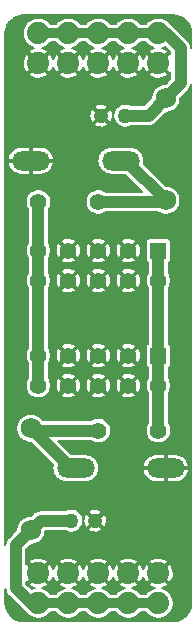
<source format=gbr>
G04 #@! TF.GenerationSoftware,KiCad,Pcbnew,(5.1.5)-3*
G04 #@! TF.CreationDate,2020-03-15T11:41:05-07:00*
G04 #@! TF.ProjectId,bbf-europower,6262662d-6575-4726-9f70-6f7765722e6b,rev?*
G04 #@! TF.SameCoordinates,Original*
G04 #@! TF.FileFunction,Copper,L1,Top*
G04 #@! TF.FilePolarity,Positive*
%FSLAX46Y46*%
G04 Gerber Fmt 4.6, Leading zero omitted, Abs format (unit mm)*
G04 Created by KiCad (PCBNEW (5.1.5)-3) date 2020-03-15 11:41:05*
%MOMM*%
%LPD*%
G04 APERTURE LIST*
G04 #@! TA.AperFunction,ComponentPad*
%ADD10C,1.879600*%
G04 #@! TD*
G04 #@! TA.AperFunction,ComponentPad*
%ADD11C,1.409600*%
G04 #@! TD*
G04 #@! TA.AperFunction,ComponentPad*
%ADD12R,1.409600X1.409600*%
G04 #@! TD*
G04 #@! TA.AperFunction,ComponentPad*
%ADD13C,1.270000*%
G04 #@! TD*
G04 #@! TA.AperFunction,ComponentPad*
%ADD14O,3.219200X1.609600*%
G04 #@! TD*
G04 #@! TA.AperFunction,ComponentPad*
%ADD15C,1.727200*%
G04 #@! TD*
G04 #@! TA.AperFunction,ComponentPad*
%ADD16C,1.422400*%
G04 #@! TD*
G04 #@! TA.AperFunction,Conductor*
%ADD17C,0.812800*%
G04 #@! TD*
G04 #@! TA.AperFunction,Conductor*
%ADD18C,1.016000*%
G04 #@! TD*
G04 #@! TA.AperFunction,Conductor*
%ADD19C,0.127000*%
G04 #@! TD*
G04 APERTURE END LIST*
D10*
G04 #@! TO.P,JP1,10*
G04 #@! TO.N,VCC*
X153581100Y-80868600D03*
G04 #@! TO.P,JP1,9*
G04 #@! TO.N,GND*
X153581100Y-83408600D03*
G04 #@! TO.P,JP1,8*
G04 #@! TO.N,VCC*
X151041100Y-80868600D03*
G04 #@! TO.P,JP1,7*
G04 #@! TO.N,GND*
X151041100Y-83408600D03*
G04 #@! TO.P,JP1,6*
G04 #@! TO.N,VCC*
X148501100Y-80868600D03*
G04 #@! TO.P,JP1,5*
G04 #@! TO.N,GND*
X148501100Y-83408600D03*
G04 #@! TO.P,JP1,4*
G04 #@! TO.N,VCC*
X145961100Y-80868600D03*
G04 #@! TO.P,JP1,3*
G04 #@! TO.N,GND*
X145961100Y-83408600D03*
G04 #@! TO.P,JP1,2*
G04 #@! TO.N,VCC*
X143421100Y-80868600D03*
G04 #@! TO.P,JP1,1*
G04 #@! TO.N,GND*
X143421100Y-83408600D03*
G04 #@! TD*
G04 #@! TO.P,JP2,10*
G04 #@! TO.N,GND*
X153581100Y-126588600D03*
G04 #@! TO.P,JP2,9*
G04 #@! TO.N,VEE*
X153581100Y-129128600D03*
G04 #@! TO.P,JP2,8*
G04 #@! TO.N,GND*
X151041100Y-126588600D03*
G04 #@! TO.P,JP2,7*
G04 #@! TO.N,VEE*
X151041100Y-129128600D03*
G04 #@! TO.P,JP2,6*
G04 #@! TO.N,GND*
X148501100Y-126588600D03*
G04 #@! TO.P,JP2,5*
G04 #@! TO.N,VEE*
X148501100Y-129128600D03*
G04 #@! TO.P,JP2,4*
G04 #@! TO.N,GND*
X145961100Y-126588600D03*
G04 #@! TO.P,JP2,3*
G04 #@! TO.N,VEE*
X145961100Y-129128600D03*
G04 #@! TO.P,JP2,2*
G04 #@! TO.N,GND*
X143421100Y-126588600D03*
G04 #@! TO.P,JP2,1*
G04 #@! TO.N,VEE*
X143421100Y-129128600D03*
G04 #@! TD*
D11*
G04 #@! TO.P,J1,10*
G04 #@! TO.N,/+12V*
X143421100Y-101823600D03*
G04 #@! TO.P,J1,9*
X143421100Y-99283600D03*
G04 #@! TO.P,J1,8*
G04 #@! TO.N,GND*
X145961100Y-101823600D03*
G04 #@! TO.P,J1,7*
X145961100Y-99283600D03*
G04 #@! TO.P,J1,6*
X148501100Y-101823600D03*
G04 #@! TO.P,J1,5*
X148501100Y-99283600D03*
G04 #@! TO.P,J1,4*
X151041100Y-101823600D03*
G04 #@! TO.P,J1,3*
X151041100Y-99283600D03*
G04 #@! TO.P,J1,2*
G04 #@! TO.N,/-12V*
X153581100Y-101823600D03*
D12*
G04 #@! TO.P,J1,1*
X153581100Y-99283600D03*
G04 #@! TD*
D13*
G04 #@! TO.P,C1,+*
G04 #@! TO.N,VCC*
X150787100Y-87853600D03*
G04 #@! TO.P,C1,-*
G04 #@! TO.N,GND*
X148755100Y-87853600D03*
G04 #@! TD*
G04 #@! TO.P,C2,+*
G04 #@! TO.N,GND*
X148247100Y-122143600D03*
G04 #@! TO.P,C2,-*
G04 #@! TO.N,VEE*
X146215100Y-122143600D03*
G04 #@! TD*
D14*
G04 #@! TO.P,D2,A*
G04 #@! TO.N,Net-(-FUSE1-Pad2)*
X146596100Y-117698600D03*
G04 #@! TO.P,D2,C*
G04 #@! TO.N,GND*
X154216100Y-117698600D03*
G04 #@! TD*
G04 #@! TO.P,D1,A*
G04 #@! TO.N,GND*
X142786100Y-91663600D03*
G04 #@! TO.P,D1,C*
G04 #@! TO.N,Net-(+FUSE1-Pad2)*
X150406100Y-91663600D03*
G04 #@! TD*
D15*
G04 #@! TO.P,L1,1*
G04 #@! TO.N,Net-(+FUSE1-Pad2)*
X154216100Y-95029100D03*
G04 #@! TO.P,L1,2*
G04 #@! TO.N,VCC*
X154216100Y-86393100D03*
G04 #@! TD*
G04 #@! TO.P,L2,1*
G04 #@! TO.N,Net-(-FUSE1-Pad2)*
X142786100Y-114333100D03*
G04 #@! TO.P,L2,2*
G04 #@! TO.N,VEE*
X142786100Y-122969100D03*
G04 #@! TD*
D11*
G04 #@! TO.P,J2,10*
G04 #@! TO.N,/+12V*
X143421100Y-110713600D03*
G04 #@! TO.P,J2,9*
X143421100Y-108173600D03*
G04 #@! TO.P,J2,8*
G04 #@! TO.N,GND*
X145961100Y-110713600D03*
G04 #@! TO.P,J2,7*
X145961100Y-108173600D03*
G04 #@! TO.P,J2,6*
X148501100Y-110713600D03*
G04 #@! TO.P,J2,5*
X148501100Y-108173600D03*
G04 #@! TO.P,J2,4*
X151041100Y-110713600D03*
G04 #@! TO.P,J2,3*
X151041100Y-108173600D03*
G04 #@! TO.P,J2,2*
G04 #@! TO.N,/-12V*
X153581100Y-110713600D03*
D12*
G04 #@! TO.P,J2,1*
X153581100Y-108173600D03*
G04 #@! TD*
D16*
G04 #@! TO.P,+FUSE1,2*
G04 #@! TO.N,Net-(+FUSE1-Pad2)*
X148501100Y-95156100D03*
G04 #@! TO.P,+FUSE1,1*
G04 #@! TO.N,/+12V*
X143421100Y-95156100D03*
G04 #@! TD*
G04 #@! TO.P,-FUSE1,2*
G04 #@! TO.N,Net-(-FUSE1-Pad2)*
X148501100Y-114523600D03*
G04 #@! TO.P,-FUSE1,1*
G04 #@! TO.N,/-12V*
X153581100Y-114523600D03*
G04 #@! TD*
D17*
G04 #@! TO.N,VCC*
X145961100Y-80868600D02*
X143421100Y-80868600D01*
X148501100Y-80868600D02*
X145961100Y-80868600D01*
X148501100Y-80868600D02*
X151041100Y-80868600D01*
X151041100Y-80868600D02*
X153581100Y-80868600D01*
D18*
X154216100Y-86393100D02*
X155486100Y-85123100D01*
X155486100Y-85123100D02*
X155486100Y-82138600D01*
X155486100Y-82138600D02*
X154216100Y-80868600D01*
X154216100Y-80868600D02*
X153581100Y-80868600D01*
X154216100Y-86393100D02*
X152755600Y-87853600D01*
X152755600Y-87853600D02*
X150787100Y-87853600D01*
D17*
G04 #@! TO.N,VEE*
X143421100Y-129128600D02*
X145961100Y-129128600D01*
X145961100Y-129128600D02*
X148501100Y-129128600D01*
X148501100Y-129128600D02*
X151041100Y-129128600D01*
X151041100Y-129128600D02*
X153581100Y-129128600D01*
D18*
X142786100Y-122969100D02*
X141516100Y-124239100D01*
X141516100Y-124239100D02*
X141516100Y-127858600D01*
X141516100Y-127858600D02*
X142786100Y-129128600D01*
X142786100Y-129128600D02*
X143421100Y-129128600D01*
X142786100Y-122969100D02*
X143611600Y-122143600D01*
X143611600Y-122143600D02*
X146215100Y-122143600D01*
G04 #@! TO.N,/+12V*
X143421100Y-99283600D02*
X143421100Y-101823600D01*
X143421100Y-101823600D02*
X143421100Y-108173600D01*
X143421100Y-108173600D02*
X143421100Y-110713600D01*
X143421100Y-95156100D02*
X143421100Y-99283600D01*
G04 #@! TO.N,/-12V*
X153581100Y-99283600D02*
X153581100Y-101823600D01*
X153581100Y-101823600D02*
X153581100Y-108173600D01*
X153581100Y-108173600D02*
X153581100Y-110713600D01*
X153581100Y-114523600D02*
X153581100Y-110713600D01*
G04 #@! TO.N,Net-(-FUSE1-Pad2)*
X142786100Y-114333100D02*
X146151600Y-117698600D01*
X146151600Y-117698600D02*
X146596100Y-117698600D01*
X142786100Y-114333100D02*
X142976600Y-114523600D01*
X142976600Y-114523600D02*
X148501100Y-114523600D01*
G04 #@! TO.N,Net-(+FUSE1-Pad2)*
X154216100Y-95029100D02*
X154089100Y-95156100D01*
X154089100Y-95156100D02*
X148501100Y-95156100D01*
X154216100Y-95029100D02*
X150850600Y-91663600D01*
X150850600Y-91663600D02*
X150406100Y-91663600D01*
G04 #@! TD*
D19*
G04 #@! TO.N,GND*
G36*
X155152415Y-79397350D02*
G01*
X155432636Y-79481954D01*
X155691086Y-79619374D01*
X155917920Y-79804376D01*
X156104502Y-80029914D01*
X156243724Y-80287400D01*
X156330281Y-80567023D01*
X156362801Y-80876426D01*
X156362801Y-82099622D01*
X156362395Y-82095497D01*
X156349721Y-81966815D01*
X156299613Y-81801632D01*
X156235729Y-81682113D01*
X156218242Y-81649397D01*
X156167683Y-81587792D01*
X156108736Y-81515964D01*
X156075294Y-81488519D01*
X154866186Y-80279411D01*
X154838736Y-80245964D01*
X154705302Y-80136458D01*
X154642821Y-80103061D01*
X154597167Y-80034735D01*
X154414965Y-79852533D01*
X154200718Y-79709377D01*
X153962659Y-79610770D01*
X153709937Y-79560500D01*
X153452263Y-79560500D01*
X153199541Y-79610770D01*
X152961482Y-79709377D01*
X152747235Y-79852533D01*
X152565033Y-80034735D01*
X152525500Y-80093900D01*
X152096700Y-80093900D01*
X152057167Y-80034735D01*
X151874965Y-79852533D01*
X151660718Y-79709377D01*
X151422659Y-79610770D01*
X151169937Y-79560500D01*
X150912263Y-79560500D01*
X150659541Y-79610770D01*
X150421482Y-79709377D01*
X150207235Y-79852533D01*
X150025033Y-80034735D01*
X149985500Y-80093900D01*
X149556700Y-80093900D01*
X149517167Y-80034735D01*
X149334965Y-79852533D01*
X149120718Y-79709377D01*
X148882659Y-79610770D01*
X148629937Y-79560500D01*
X148372263Y-79560500D01*
X148119541Y-79610770D01*
X147881482Y-79709377D01*
X147667235Y-79852533D01*
X147485033Y-80034735D01*
X147445500Y-80093900D01*
X147016700Y-80093900D01*
X146977167Y-80034735D01*
X146794965Y-79852533D01*
X146580718Y-79709377D01*
X146342659Y-79610770D01*
X146089937Y-79560500D01*
X145832263Y-79560500D01*
X145579541Y-79610770D01*
X145341482Y-79709377D01*
X145127235Y-79852533D01*
X144945033Y-80034735D01*
X144905500Y-80093900D01*
X144476700Y-80093900D01*
X144437167Y-80034735D01*
X144254965Y-79852533D01*
X144040718Y-79709377D01*
X143802659Y-79610770D01*
X143549937Y-79560500D01*
X143292263Y-79560500D01*
X143039541Y-79610770D01*
X142801482Y-79709377D01*
X142587235Y-79852533D01*
X142405033Y-80034735D01*
X142261877Y-80248982D01*
X142163270Y-80487041D01*
X142113000Y-80739763D01*
X142113000Y-80997437D01*
X142163270Y-81250159D01*
X142261877Y-81488218D01*
X142405033Y-81702465D01*
X142587235Y-81884667D01*
X142801482Y-82027823D01*
X143039541Y-82126430D01*
X143098253Y-82138109D01*
X142884434Y-82209601D01*
X142722324Y-82296251D01*
X142622041Y-82484383D01*
X143421100Y-83283442D01*
X144220159Y-82484383D01*
X144119876Y-82296251D01*
X143889441Y-82181300D01*
X143736543Y-82139581D01*
X143802659Y-82126430D01*
X144040718Y-82027823D01*
X144254965Y-81884667D01*
X144437167Y-81702465D01*
X144476700Y-81643300D01*
X144905500Y-81643300D01*
X144945033Y-81702465D01*
X145127235Y-81884667D01*
X145341482Y-82027823D01*
X145579541Y-82126430D01*
X145638253Y-82138109D01*
X145424434Y-82209601D01*
X145262324Y-82296251D01*
X145162041Y-82484383D01*
X145961100Y-83283442D01*
X146760159Y-82484383D01*
X146659876Y-82296251D01*
X146429441Y-82181300D01*
X146276543Y-82139581D01*
X146342659Y-82126430D01*
X146580718Y-82027823D01*
X146794965Y-81884667D01*
X146977167Y-81702465D01*
X147016700Y-81643300D01*
X147445500Y-81643300D01*
X147485033Y-81702465D01*
X147667235Y-81884667D01*
X147881482Y-82027823D01*
X148119541Y-82126430D01*
X148178253Y-82138109D01*
X147964434Y-82209601D01*
X147802324Y-82296251D01*
X147702041Y-82484383D01*
X148501100Y-83283442D01*
X149300159Y-82484383D01*
X149199876Y-82296251D01*
X148969441Y-82181300D01*
X148816543Y-82139581D01*
X148882659Y-82126430D01*
X149120718Y-82027823D01*
X149334965Y-81884667D01*
X149517167Y-81702465D01*
X149556700Y-81643300D01*
X149985500Y-81643300D01*
X150025033Y-81702465D01*
X150207235Y-81884667D01*
X150421482Y-82027823D01*
X150659541Y-82126430D01*
X150718253Y-82138109D01*
X150504434Y-82209601D01*
X150342324Y-82296251D01*
X150242041Y-82484383D01*
X151041100Y-83283442D01*
X151840159Y-82484383D01*
X151739876Y-82296251D01*
X151509441Y-82181300D01*
X151356543Y-82139581D01*
X151422659Y-82126430D01*
X151660718Y-82027823D01*
X151874965Y-81884667D01*
X152057167Y-81702465D01*
X152096700Y-81643300D01*
X152525500Y-81643300D01*
X152565033Y-81702465D01*
X152747235Y-81884667D01*
X152961482Y-82027823D01*
X153199541Y-82126430D01*
X153258253Y-82138109D01*
X153044434Y-82209601D01*
X152882324Y-82296251D01*
X152782041Y-82484383D01*
X153581100Y-83283442D01*
X154380159Y-82484383D01*
X154279876Y-82296251D01*
X154049441Y-82181300D01*
X153896543Y-82139581D01*
X153962659Y-82126430D01*
X154154990Y-82046764D01*
X154609801Y-82501576D01*
X154609801Y-82665236D01*
X154505317Y-82609541D01*
X153706258Y-83408600D01*
X154505317Y-84207659D01*
X154609800Y-84151965D01*
X154609800Y-84760125D01*
X154208726Y-85161200D01*
X154094768Y-85161200D01*
X153856768Y-85208541D01*
X153632576Y-85301404D01*
X153430809Y-85436221D01*
X153259221Y-85607809D01*
X153124404Y-85809576D01*
X153031541Y-86033768D01*
X152984200Y-86271768D01*
X152984200Y-86385725D01*
X152392626Y-86977300D01*
X151281517Y-86977300D01*
X151262341Y-86964487D01*
X151079752Y-86888856D01*
X150885916Y-86850300D01*
X150688284Y-86850300D01*
X150494448Y-86888856D01*
X150311859Y-86964487D01*
X150147533Y-87074286D01*
X150007786Y-87214033D01*
X149897987Y-87378359D01*
X149822356Y-87560948D01*
X149783800Y-87754784D01*
X149783800Y-87952416D01*
X149822356Y-88146252D01*
X149897987Y-88328841D01*
X150007786Y-88493167D01*
X150147533Y-88632914D01*
X150311859Y-88742713D01*
X150494448Y-88818344D01*
X150688284Y-88856900D01*
X150885916Y-88856900D01*
X151079752Y-88818344D01*
X151262341Y-88742713D01*
X151281517Y-88729900D01*
X152712552Y-88729900D01*
X152755600Y-88734140D01*
X152798648Y-88729900D01*
X152798650Y-88729900D01*
X152927385Y-88717221D01*
X153092568Y-88667113D01*
X153244802Y-88585742D01*
X153378236Y-88476236D01*
X153405686Y-88442788D01*
X154223475Y-87625000D01*
X154337432Y-87625000D01*
X154575432Y-87577659D01*
X154799624Y-87484796D01*
X155001391Y-87349979D01*
X155172979Y-87178391D01*
X155307796Y-86976624D01*
X155400659Y-86752432D01*
X155448000Y-86514432D01*
X155448000Y-86400474D01*
X156075295Y-85773180D01*
X156108736Y-85745736D01*
X156178311Y-85660958D01*
X156218242Y-85612303D01*
X156299612Y-85460069D01*
X156299613Y-85460068D01*
X156349721Y-85294885D01*
X156362400Y-85166150D01*
X156362400Y-85166149D01*
X156362801Y-85162078D01*
X156362800Y-129109364D01*
X156332160Y-129421856D01*
X156246991Y-129703949D01*
X156108657Y-129964117D01*
X155922420Y-130192467D01*
X155695377Y-130380292D01*
X155436177Y-130520441D01*
X155154687Y-130607577D01*
X154843354Y-130640300D01*
X142170336Y-130640300D01*
X141857844Y-130609660D01*
X141575751Y-130524491D01*
X141315583Y-130386157D01*
X141087233Y-130199920D01*
X140899408Y-129972877D01*
X140759259Y-129713677D01*
X140672123Y-129432187D01*
X140639400Y-129120854D01*
X140639400Y-127897586D01*
X140646471Y-127969377D01*
X140652480Y-128030385D01*
X140702588Y-128195568D01*
X140783959Y-128347802D01*
X140893465Y-128481236D01*
X140926907Y-128508681D01*
X142136019Y-129717794D01*
X142163464Y-129751236D01*
X142224905Y-129801659D01*
X142296897Y-129860742D01*
X142352193Y-129890298D01*
X142359379Y-129894139D01*
X142405033Y-129962465D01*
X142587235Y-130144667D01*
X142801482Y-130287823D01*
X143039541Y-130386430D01*
X143292263Y-130436700D01*
X143549937Y-130436700D01*
X143802659Y-130386430D01*
X144040718Y-130287823D01*
X144254965Y-130144667D01*
X144437167Y-129962465D01*
X144476700Y-129903300D01*
X144905500Y-129903300D01*
X144945033Y-129962465D01*
X145127235Y-130144667D01*
X145341482Y-130287823D01*
X145579541Y-130386430D01*
X145832263Y-130436700D01*
X146089937Y-130436700D01*
X146342659Y-130386430D01*
X146580718Y-130287823D01*
X146794965Y-130144667D01*
X146977167Y-129962465D01*
X147016700Y-129903300D01*
X147445500Y-129903300D01*
X147485033Y-129962465D01*
X147667235Y-130144667D01*
X147881482Y-130287823D01*
X148119541Y-130386430D01*
X148372263Y-130436700D01*
X148629937Y-130436700D01*
X148882659Y-130386430D01*
X149120718Y-130287823D01*
X149334965Y-130144667D01*
X149517167Y-129962465D01*
X149556700Y-129903300D01*
X149985500Y-129903300D01*
X150025033Y-129962465D01*
X150207235Y-130144667D01*
X150421482Y-130287823D01*
X150659541Y-130386430D01*
X150912263Y-130436700D01*
X151169937Y-130436700D01*
X151422659Y-130386430D01*
X151660718Y-130287823D01*
X151874965Y-130144667D01*
X152057167Y-129962465D01*
X152096700Y-129903300D01*
X152525500Y-129903300D01*
X152565033Y-129962465D01*
X152747235Y-130144667D01*
X152961482Y-130287823D01*
X153199541Y-130386430D01*
X153452263Y-130436700D01*
X153709937Y-130436700D01*
X153962659Y-130386430D01*
X154200718Y-130287823D01*
X154414965Y-130144667D01*
X154597167Y-129962465D01*
X154740323Y-129748218D01*
X154838930Y-129510159D01*
X154889200Y-129257437D01*
X154889200Y-128999763D01*
X154838930Y-128747041D01*
X154740323Y-128508982D01*
X154597167Y-128294735D01*
X154414965Y-128112533D01*
X154200718Y-127969377D01*
X153962659Y-127870770D01*
X153903947Y-127859091D01*
X154117766Y-127787599D01*
X154279876Y-127700949D01*
X154380159Y-127512817D01*
X153581100Y-126713758D01*
X152782041Y-127512817D01*
X152882324Y-127700949D01*
X153112759Y-127815900D01*
X153265657Y-127857619D01*
X153199541Y-127870770D01*
X152961482Y-127969377D01*
X152747235Y-128112533D01*
X152565033Y-128294735D01*
X152525500Y-128353900D01*
X152096700Y-128353900D01*
X152057167Y-128294735D01*
X151874965Y-128112533D01*
X151660718Y-127969377D01*
X151422659Y-127870770D01*
X151363947Y-127859091D01*
X151577766Y-127787599D01*
X151739876Y-127700949D01*
X151840159Y-127512817D01*
X151041100Y-126713758D01*
X150242041Y-127512817D01*
X150342324Y-127700949D01*
X150572759Y-127815900D01*
X150725657Y-127857619D01*
X150659541Y-127870770D01*
X150421482Y-127969377D01*
X150207235Y-128112533D01*
X150025033Y-128294735D01*
X149985500Y-128353900D01*
X149556700Y-128353900D01*
X149517167Y-128294735D01*
X149334965Y-128112533D01*
X149120718Y-127969377D01*
X148882659Y-127870770D01*
X148823947Y-127859091D01*
X149037766Y-127787599D01*
X149199876Y-127700949D01*
X149300159Y-127512817D01*
X148501100Y-126713758D01*
X147702041Y-127512817D01*
X147802324Y-127700949D01*
X148032759Y-127815900D01*
X148185657Y-127857619D01*
X148119541Y-127870770D01*
X147881482Y-127969377D01*
X147667235Y-128112533D01*
X147485033Y-128294735D01*
X147445500Y-128353900D01*
X147016700Y-128353900D01*
X146977167Y-128294735D01*
X146794965Y-128112533D01*
X146580718Y-127969377D01*
X146342659Y-127870770D01*
X146283947Y-127859091D01*
X146497766Y-127787599D01*
X146659876Y-127700949D01*
X146760159Y-127512817D01*
X145961100Y-126713758D01*
X145162041Y-127512817D01*
X145262324Y-127700949D01*
X145492759Y-127815900D01*
X145645657Y-127857619D01*
X145579541Y-127870770D01*
X145341482Y-127969377D01*
X145127235Y-128112533D01*
X144945033Y-128294735D01*
X144905500Y-128353900D01*
X144476700Y-128353900D01*
X144437167Y-128294735D01*
X144254965Y-128112533D01*
X144040718Y-127969377D01*
X143802659Y-127870770D01*
X143743947Y-127859091D01*
X143957766Y-127787599D01*
X144119876Y-127700949D01*
X144220159Y-127512817D01*
X143421100Y-126713758D01*
X142622041Y-127512817D01*
X142722324Y-127700949D01*
X142952759Y-127815900D01*
X143105657Y-127857619D01*
X143039541Y-127870770D01*
X142847210Y-127950436D01*
X142392400Y-127495626D01*
X142392400Y-127331965D01*
X142496883Y-127387659D01*
X143295942Y-126588600D01*
X143546258Y-126588600D01*
X144345317Y-127387659D01*
X144533449Y-127287376D01*
X144648400Y-127056941D01*
X144689226Y-126907313D01*
X144762101Y-127125266D01*
X144848751Y-127287376D01*
X145036883Y-127387659D01*
X145835942Y-126588600D01*
X146086258Y-126588600D01*
X146885317Y-127387659D01*
X147073449Y-127287376D01*
X147188400Y-127056941D01*
X147229226Y-126907313D01*
X147302101Y-127125266D01*
X147388751Y-127287376D01*
X147576883Y-127387659D01*
X148375942Y-126588600D01*
X148626258Y-126588600D01*
X149425317Y-127387659D01*
X149613449Y-127287376D01*
X149728400Y-127056941D01*
X149769226Y-126907313D01*
X149842101Y-127125266D01*
X149928751Y-127287376D01*
X150116883Y-127387659D01*
X150915942Y-126588600D01*
X151166258Y-126588600D01*
X151965317Y-127387659D01*
X152153449Y-127287376D01*
X152268400Y-127056941D01*
X152309226Y-126907313D01*
X152382101Y-127125266D01*
X152468751Y-127287376D01*
X152656883Y-127387659D01*
X153455942Y-126588600D01*
X153706258Y-126588600D01*
X154505317Y-127387659D01*
X154693449Y-127287376D01*
X154808400Y-127056941D01*
X154876186Y-126808507D01*
X154894203Y-126551623D01*
X154861758Y-126296159D01*
X154780099Y-126051934D01*
X154693449Y-125889824D01*
X154505317Y-125789541D01*
X153706258Y-126588600D01*
X153455942Y-126588600D01*
X152656883Y-125789541D01*
X152468751Y-125889824D01*
X152353800Y-126120259D01*
X152312974Y-126269887D01*
X152240099Y-126051934D01*
X152153449Y-125889824D01*
X151965317Y-125789541D01*
X151166258Y-126588600D01*
X150915942Y-126588600D01*
X150116883Y-125789541D01*
X149928751Y-125889824D01*
X149813800Y-126120259D01*
X149772974Y-126269887D01*
X149700099Y-126051934D01*
X149613449Y-125889824D01*
X149425317Y-125789541D01*
X148626258Y-126588600D01*
X148375942Y-126588600D01*
X147576883Y-125789541D01*
X147388751Y-125889824D01*
X147273800Y-126120259D01*
X147232974Y-126269887D01*
X147160099Y-126051934D01*
X147073449Y-125889824D01*
X146885317Y-125789541D01*
X146086258Y-126588600D01*
X145835942Y-126588600D01*
X145036883Y-125789541D01*
X144848751Y-125889824D01*
X144733800Y-126120259D01*
X144692974Y-126269887D01*
X144620099Y-126051934D01*
X144533449Y-125889824D01*
X144345317Y-125789541D01*
X143546258Y-126588600D01*
X143295942Y-126588600D01*
X142496883Y-125789541D01*
X142392400Y-125845235D01*
X142392400Y-125664383D01*
X142622041Y-125664383D01*
X143421100Y-126463442D01*
X144220159Y-125664383D01*
X145162041Y-125664383D01*
X145961100Y-126463442D01*
X146760159Y-125664383D01*
X147702041Y-125664383D01*
X148501100Y-126463442D01*
X149300159Y-125664383D01*
X150242041Y-125664383D01*
X151041100Y-126463442D01*
X151840159Y-125664383D01*
X152782041Y-125664383D01*
X153581100Y-126463442D01*
X154380159Y-125664383D01*
X154279876Y-125476251D01*
X154049441Y-125361300D01*
X153801007Y-125293514D01*
X153544123Y-125275497D01*
X153288659Y-125307942D01*
X153044434Y-125389601D01*
X152882324Y-125476251D01*
X152782041Y-125664383D01*
X151840159Y-125664383D01*
X151739876Y-125476251D01*
X151509441Y-125361300D01*
X151261007Y-125293514D01*
X151004123Y-125275497D01*
X150748659Y-125307942D01*
X150504434Y-125389601D01*
X150342324Y-125476251D01*
X150242041Y-125664383D01*
X149300159Y-125664383D01*
X149199876Y-125476251D01*
X148969441Y-125361300D01*
X148721007Y-125293514D01*
X148464123Y-125275497D01*
X148208659Y-125307942D01*
X147964434Y-125389601D01*
X147802324Y-125476251D01*
X147702041Y-125664383D01*
X146760159Y-125664383D01*
X146659876Y-125476251D01*
X146429441Y-125361300D01*
X146181007Y-125293514D01*
X145924123Y-125275497D01*
X145668659Y-125307942D01*
X145424434Y-125389601D01*
X145262324Y-125476251D01*
X145162041Y-125664383D01*
X144220159Y-125664383D01*
X144119876Y-125476251D01*
X143889441Y-125361300D01*
X143641007Y-125293514D01*
X143384123Y-125275497D01*
X143128659Y-125307942D01*
X142884434Y-125389601D01*
X142722324Y-125476251D01*
X142622041Y-125664383D01*
X142392400Y-125664383D01*
X142392400Y-124602074D01*
X142793475Y-124201000D01*
X142907432Y-124201000D01*
X143145432Y-124153659D01*
X143369624Y-124060796D01*
X143571391Y-123925979D01*
X143742979Y-123754391D01*
X143877796Y-123552624D01*
X143970659Y-123328432D01*
X144018000Y-123090432D01*
X144018000Y-123019900D01*
X145720683Y-123019900D01*
X145739859Y-123032713D01*
X145922448Y-123108344D01*
X146116284Y-123146900D01*
X146313916Y-123146900D01*
X146507752Y-123108344D01*
X146690341Y-123032713D01*
X146854667Y-122922914D01*
X146927095Y-122850486D01*
X147665372Y-122850486D01*
X147728882Y-123007432D01*
X147907365Y-123091933D01*
X148098904Y-123139991D01*
X148296137Y-123149757D01*
X148491487Y-123120858D01*
X148677444Y-123054402D01*
X148765318Y-123007432D01*
X148828828Y-122850486D01*
X148247100Y-122268758D01*
X147665372Y-122850486D01*
X146927095Y-122850486D01*
X146994414Y-122783167D01*
X147104213Y-122618841D01*
X147179844Y-122436252D01*
X147218400Y-122242416D01*
X147218400Y-122192637D01*
X147240943Y-122192637D01*
X147269842Y-122387987D01*
X147336298Y-122573944D01*
X147383268Y-122661818D01*
X147540214Y-122725328D01*
X148121942Y-122143600D01*
X148372258Y-122143600D01*
X148953986Y-122725328D01*
X149110932Y-122661818D01*
X149195433Y-122483335D01*
X149243491Y-122291796D01*
X149253257Y-122094563D01*
X149224358Y-121899213D01*
X149157902Y-121713256D01*
X149110932Y-121625382D01*
X148953986Y-121561872D01*
X148372258Y-122143600D01*
X148121942Y-122143600D01*
X147540214Y-121561872D01*
X147383268Y-121625382D01*
X147298767Y-121803865D01*
X147250709Y-121995404D01*
X147240943Y-122192637D01*
X147218400Y-122192637D01*
X147218400Y-122044784D01*
X147179844Y-121850948D01*
X147104213Y-121668359D01*
X146994414Y-121504033D01*
X146927095Y-121436714D01*
X147665372Y-121436714D01*
X148247100Y-122018442D01*
X148828828Y-121436714D01*
X148765318Y-121279768D01*
X148586835Y-121195267D01*
X148395296Y-121147209D01*
X148198063Y-121137443D01*
X148002713Y-121166342D01*
X147816756Y-121232798D01*
X147728882Y-121279768D01*
X147665372Y-121436714D01*
X146927095Y-121436714D01*
X146854667Y-121364286D01*
X146690341Y-121254487D01*
X146507752Y-121178856D01*
X146313916Y-121140300D01*
X146116284Y-121140300D01*
X145922448Y-121178856D01*
X145739859Y-121254487D01*
X145720683Y-121267300D01*
X143654647Y-121267300D01*
X143611599Y-121263060D01*
X143568551Y-121267300D01*
X143568550Y-121267300D01*
X143439815Y-121279979D01*
X143274632Y-121330087D01*
X143210650Y-121364286D01*
X143122397Y-121411458D01*
X143091623Y-121436714D01*
X142988964Y-121520964D01*
X142961519Y-121554407D01*
X142778725Y-121737200D01*
X142664768Y-121737200D01*
X142426768Y-121784541D01*
X142202576Y-121877404D01*
X142000809Y-122012221D01*
X141829221Y-122183809D01*
X141694404Y-122385576D01*
X141601541Y-122609768D01*
X141554200Y-122847768D01*
X141554200Y-122961725D01*
X140926911Y-123589014D01*
X140893464Y-123616464D01*
X140783958Y-123749899D01*
X140702587Y-123902133D01*
X140652479Y-124067316D01*
X140639800Y-124196050D01*
X140639400Y-124200114D01*
X140639400Y-114211768D01*
X141554200Y-114211768D01*
X141554200Y-114454432D01*
X141601541Y-114692432D01*
X141694404Y-114916624D01*
X141829221Y-115118391D01*
X142000809Y-115289979D01*
X142202576Y-115424796D01*
X142426768Y-115517659D01*
X142664768Y-115565000D01*
X142778726Y-115565000D01*
X144646156Y-117432430D01*
X144635174Y-117468632D01*
X144612524Y-117698600D01*
X144635174Y-117928568D01*
X144702253Y-118149698D01*
X144811184Y-118353493D01*
X144957779Y-118532121D01*
X145136407Y-118678716D01*
X145340202Y-118787647D01*
X145561332Y-118854726D01*
X145733671Y-118871700D01*
X147458529Y-118871700D01*
X147630868Y-118854726D01*
X147851998Y-118787647D01*
X148055793Y-118678716D01*
X148234421Y-118532121D01*
X148381016Y-118353493D01*
X148489947Y-118149698D01*
X148544799Y-117968875D01*
X152270581Y-117968875D01*
X152294369Y-118065456D01*
X152387401Y-118276309D01*
X152519780Y-118464961D01*
X152686420Y-118624163D01*
X152880917Y-118747796D01*
X153095796Y-118831109D01*
X153322800Y-118870900D01*
X154127600Y-118870900D01*
X154127600Y-117787100D01*
X154304600Y-117787100D01*
X154304600Y-118870900D01*
X155109400Y-118870900D01*
X155336404Y-118831109D01*
X155551283Y-118747796D01*
X155745780Y-118624163D01*
X155912420Y-118464961D01*
X156044799Y-118276309D01*
X156137831Y-118065456D01*
X156161619Y-117968875D01*
X156097694Y-117787100D01*
X154304600Y-117787100D01*
X154127600Y-117787100D01*
X152334506Y-117787100D01*
X152270581Y-117968875D01*
X148544799Y-117968875D01*
X148557026Y-117928568D01*
X148579676Y-117698600D01*
X148557026Y-117468632D01*
X148544800Y-117428325D01*
X152270581Y-117428325D01*
X152334506Y-117610100D01*
X154127600Y-117610100D01*
X154127600Y-116526300D01*
X154304600Y-116526300D01*
X154304600Y-117610100D01*
X156097694Y-117610100D01*
X156161619Y-117428325D01*
X156137831Y-117331744D01*
X156044799Y-117120891D01*
X155912420Y-116932239D01*
X155745780Y-116773037D01*
X155551283Y-116649404D01*
X155336404Y-116566091D01*
X155109400Y-116526300D01*
X154304600Y-116526300D01*
X154127600Y-116526300D01*
X153322800Y-116526300D01*
X153095796Y-116566091D01*
X152880917Y-116649404D01*
X152686420Y-116773037D01*
X152519780Y-116932239D01*
X152387401Y-117120891D01*
X152294369Y-117331744D01*
X152270581Y-117428325D01*
X148544800Y-117428325D01*
X148489947Y-117247502D01*
X148381016Y-117043707D01*
X148234421Y-116865079D01*
X148055793Y-116718484D01*
X147851998Y-116609553D01*
X147630868Y-116542474D01*
X147458529Y-116525500D01*
X146217775Y-116525500D01*
X145092175Y-115399900D01*
X147869528Y-115399900D01*
X147989765Y-115480240D01*
X148186222Y-115561615D01*
X148394779Y-115603100D01*
X148607421Y-115603100D01*
X148815978Y-115561615D01*
X149012435Y-115480240D01*
X149189241Y-115362102D01*
X149339602Y-115211741D01*
X149457740Y-115034935D01*
X149539115Y-114838478D01*
X149580600Y-114629921D01*
X149580600Y-114417279D01*
X152501600Y-114417279D01*
X152501600Y-114629921D01*
X152543085Y-114838478D01*
X152624460Y-115034935D01*
X152742598Y-115211741D01*
X152892959Y-115362102D01*
X153069765Y-115480240D01*
X153266222Y-115561615D01*
X153474779Y-115603100D01*
X153687421Y-115603100D01*
X153895978Y-115561615D01*
X154092435Y-115480240D01*
X154269241Y-115362102D01*
X154419602Y-115211741D01*
X154537740Y-115034935D01*
X154619115Y-114838478D01*
X154660600Y-114629921D01*
X154660600Y-114417279D01*
X154619115Y-114208722D01*
X154537740Y-114012265D01*
X154457400Y-113892028D01*
X154457400Y-111333653D01*
X154532069Y-111221903D01*
X154612961Y-111026612D01*
X154654200Y-110819291D01*
X154654200Y-110607909D01*
X154612961Y-110400588D01*
X154532069Y-110205297D01*
X154457400Y-110093547D01*
X154457400Y-109204342D01*
X154491507Y-109186112D01*
X154547587Y-109140087D01*
X154593612Y-109084007D01*
X154627811Y-109020024D01*
X154648871Y-108950599D01*
X154655982Y-108878400D01*
X154655982Y-107468800D01*
X154648871Y-107396601D01*
X154627811Y-107327176D01*
X154593612Y-107263193D01*
X154547587Y-107207113D01*
X154491507Y-107161088D01*
X154457400Y-107142858D01*
X154457400Y-102443653D01*
X154532069Y-102331903D01*
X154612961Y-102136612D01*
X154654200Y-101929291D01*
X154654200Y-101717909D01*
X154612961Y-101510588D01*
X154532069Y-101315297D01*
X154457400Y-101203547D01*
X154457400Y-100314342D01*
X154491507Y-100296112D01*
X154547587Y-100250087D01*
X154593612Y-100194007D01*
X154627811Y-100130024D01*
X154648871Y-100060599D01*
X154655982Y-99988400D01*
X154655982Y-98578800D01*
X154648871Y-98506601D01*
X154627811Y-98437176D01*
X154593612Y-98373193D01*
X154547587Y-98317113D01*
X154491507Y-98271088D01*
X154427524Y-98236889D01*
X154358099Y-98215829D01*
X154285900Y-98208718D01*
X152876300Y-98208718D01*
X152804101Y-98215829D01*
X152734676Y-98236889D01*
X152670693Y-98271088D01*
X152614613Y-98317113D01*
X152568588Y-98373193D01*
X152534389Y-98437176D01*
X152513329Y-98506601D01*
X152506218Y-98578800D01*
X152506218Y-99988400D01*
X152513329Y-100060599D01*
X152534389Y-100130024D01*
X152568588Y-100194007D01*
X152614613Y-100250087D01*
X152670693Y-100296112D01*
X152704800Y-100314342D01*
X152704801Y-101203546D01*
X152630131Y-101315297D01*
X152549239Y-101510588D01*
X152508000Y-101717909D01*
X152508000Y-101929291D01*
X152549239Y-102136612D01*
X152630131Y-102331903D01*
X152704800Y-102443653D01*
X152704801Y-107142857D01*
X152670693Y-107161088D01*
X152614613Y-107207113D01*
X152568588Y-107263193D01*
X152534389Y-107327176D01*
X152513329Y-107396601D01*
X152506218Y-107468800D01*
X152506218Y-108878400D01*
X152513329Y-108950599D01*
X152534389Y-109020024D01*
X152568588Y-109084007D01*
X152614613Y-109140087D01*
X152670693Y-109186112D01*
X152704800Y-109204342D01*
X152704801Y-110093546D01*
X152630131Y-110205297D01*
X152549239Y-110400588D01*
X152508000Y-110607909D01*
X152508000Y-110819291D01*
X152549239Y-111026612D01*
X152630131Y-111221903D01*
X152704801Y-111333654D01*
X152704800Y-113892027D01*
X152624460Y-114012265D01*
X152543085Y-114208722D01*
X152501600Y-114417279D01*
X149580600Y-114417279D01*
X149539115Y-114208722D01*
X149457740Y-114012265D01*
X149339602Y-113835459D01*
X149189241Y-113685098D01*
X149012435Y-113566960D01*
X148815978Y-113485585D01*
X148607421Y-113444100D01*
X148394779Y-113444100D01*
X148186222Y-113485585D01*
X147989765Y-113566960D01*
X147869528Y-113647300D01*
X143809457Y-113647300D01*
X143742979Y-113547809D01*
X143571391Y-113376221D01*
X143369624Y-113241404D01*
X143145432Y-113148541D01*
X142907432Y-113101200D01*
X142664768Y-113101200D01*
X142426768Y-113148541D01*
X142202576Y-113241404D01*
X142000809Y-113376221D01*
X141829221Y-113547809D01*
X141694404Y-113749576D01*
X141601541Y-113973768D01*
X141554200Y-114211768D01*
X140639400Y-114211768D01*
X140639400Y-95049779D01*
X142341600Y-95049779D01*
X142341600Y-95262421D01*
X142383085Y-95470978D01*
X142464460Y-95667435D01*
X142544800Y-95787673D01*
X142544801Y-98663546D01*
X142470131Y-98775297D01*
X142389239Y-98970588D01*
X142348000Y-99177909D01*
X142348000Y-99389291D01*
X142389239Y-99596612D01*
X142470131Y-99791903D01*
X142544800Y-99903653D01*
X142544801Y-101203546D01*
X142470131Y-101315297D01*
X142389239Y-101510588D01*
X142348000Y-101717909D01*
X142348000Y-101929291D01*
X142389239Y-102136612D01*
X142470131Y-102331903D01*
X142544800Y-102443653D01*
X142544801Y-107553546D01*
X142470131Y-107665297D01*
X142389239Y-107860588D01*
X142348000Y-108067909D01*
X142348000Y-108279291D01*
X142389239Y-108486612D01*
X142470131Y-108681903D01*
X142544800Y-108793653D01*
X142544801Y-110093546D01*
X142470131Y-110205297D01*
X142389239Y-110400588D01*
X142348000Y-110607909D01*
X142348000Y-110819291D01*
X142389239Y-111026612D01*
X142470131Y-111221903D01*
X142587569Y-111397661D01*
X142737039Y-111547131D01*
X142912797Y-111664569D01*
X143108088Y-111745461D01*
X143315409Y-111786700D01*
X143526791Y-111786700D01*
X143734112Y-111745461D01*
X143929403Y-111664569D01*
X144105161Y-111547131D01*
X144181994Y-111470298D01*
X145329560Y-111470298D01*
X145401506Y-111634380D01*
X145591894Y-111725859D01*
X145796471Y-111778437D01*
X146007374Y-111790094D01*
X146216498Y-111760382D01*
X146415809Y-111690443D01*
X146520694Y-111634380D01*
X146592640Y-111470298D01*
X147869560Y-111470298D01*
X147941506Y-111634380D01*
X148131894Y-111725859D01*
X148336471Y-111778437D01*
X148547374Y-111790094D01*
X148756498Y-111760382D01*
X148955809Y-111690443D01*
X149060694Y-111634380D01*
X149132640Y-111470298D01*
X150409560Y-111470298D01*
X150481506Y-111634380D01*
X150671894Y-111725859D01*
X150876471Y-111778437D01*
X151087374Y-111790094D01*
X151296498Y-111760382D01*
X151495809Y-111690443D01*
X151600694Y-111634380D01*
X151672640Y-111470298D01*
X151041100Y-110838758D01*
X150409560Y-111470298D01*
X149132640Y-111470298D01*
X148501100Y-110838758D01*
X147869560Y-111470298D01*
X146592640Y-111470298D01*
X145961100Y-110838758D01*
X145329560Y-111470298D01*
X144181994Y-111470298D01*
X144254631Y-111397661D01*
X144372069Y-111221903D01*
X144452961Y-111026612D01*
X144494200Y-110819291D01*
X144494200Y-110759874D01*
X144884606Y-110759874D01*
X144914318Y-110968998D01*
X144984257Y-111168309D01*
X145040320Y-111273194D01*
X145204402Y-111345140D01*
X145835942Y-110713600D01*
X146086258Y-110713600D01*
X146717798Y-111345140D01*
X146881880Y-111273194D01*
X146973359Y-111082806D01*
X147025937Y-110878229D01*
X147032478Y-110759874D01*
X147424606Y-110759874D01*
X147454318Y-110968998D01*
X147524257Y-111168309D01*
X147580320Y-111273194D01*
X147744402Y-111345140D01*
X148375942Y-110713600D01*
X148626258Y-110713600D01*
X149257798Y-111345140D01*
X149421880Y-111273194D01*
X149513359Y-111082806D01*
X149565937Y-110878229D01*
X149572478Y-110759874D01*
X149964606Y-110759874D01*
X149994318Y-110968998D01*
X150064257Y-111168309D01*
X150120320Y-111273194D01*
X150284402Y-111345140D01*
X150915942Y-110713600D01*
X151166258Y-110713600D01*
X151797798Y-111345140D01*
X151961880Y-111273194D01*
X152053359Y-111082806D01*
X152105937Y-110878229D01*
X152117594Y-110667326D01*
X152087882Y-110458202D01*
X152017943Y-110258891D01*
X151961880Y-110154006D01*
X151797798Y-110082060D01*
X151166258Y-110713600D01*
X150915942Y-110713600D01*
X150284402Y-110082060D01*
X150120320Y-110154006D01*
X150028841Y-110344394D01*
X149976263Y-110548971D01*
X149964606Y-110759874D01*
X149572478Y-110759874D01*
X149577594Y-110667326D01*
X149547882Y-110458202D01*
X149477943Y-110258891D01*
X149421880Y-110154006D01*
X149257798Y-110082060D01*
X148626258Y-110713600D01*
X148375942Y-110713600D01*
X147744402Y-110082060D01*
X147580320Y-110154006D01*
X147488841Y-110344394D01*
X147436263Y-110548971D01*
X147424606Y-110759874D01*
X147032478Y-110759874D01*
X147037594Y-110667326D01*
X147007882Y-110458202D01*
X146937943Y-110258891D01*
X146881880Y-110154006D01*
X146717798Y-110082060D01*
X146086258Y-110713600D01*
X145835942Y-110713600D01*
X145204402Y-110082060D01*
X145040320Y-110154006D01*
X144948841Y-110344394D01*
X144896263Y-110548971D01*
X144884606Y-110759874D01*
X144494200Y-110759874D01*
X144494200Y-110607909D01*
X144452961Y-110400588D01*
X144372069Y-110205297D01*
X144297400Y-110093547D01*
X144297400Y-109956902D01*
X145329560Y-109956902D01*
X145961100Y-110588442D01*
X146592640Y-109956902D01*
X147869560Y-109956902D01*
X148501100Y-110588442D01*
X149132640Y-109956902D01*
X150409560Y-109956902D01*
X151041100Y-110588442D01*
X151672640Y-109956902D01*
X151600694Y-109792820D01*
X151410306Y-109701341D01*
X151205729Y-109648763D01*
X150994826Y-109637106D01*
X150785702Y-109666818D01*
X150586391Y-109736757D01*
X150481506Y-109792820D01*
X150409560Y-109956902D01*
X149132640Y-109956902D01*
X149060694Y-109792820D01*
X148870306Y-109701341D01*
X148665729Y-109648763D01*
X148454826Y-109637106D01*
X148245702Y-109666818D01*
X148046391Y-109736757D01*
X147941506Y-109792820D01*
X147869560Y-109956902D01*
X146592640Y-109956902D01*
X146520694Y-109792820D01*
X146330306Y-109701341D01*
X146125729Y-109648763D01*
X145914826Y-109637106D01*
X145705702Y-109666818D01*
X145506391Y-109736757D01*
X145401506Y-109792820D01*
X145329560Y-109956902D01*
X144297400Y-109956902D01*
X144297400Y-108930298D01*
X145329560Y-108930298D01*
X145401506Y-109094380D01*
X145591894Y-109185859D01*
X145796471Y-109238437D01*
X146007374Y-109250094D01*
X146216498Y-109220382D01*
X146415809Y-109150443D01*
X146520694Y-109094380D01*
X146592640Y-108930298D01*
X147869560Y-108930298D01*
X147941506Y-109094380D01*
X148131894Y-109185859D01*
X148336471Y-109238437D01*
X148547374Y-109250094D01*
X148756498Y-109220382D01*
X148955809Y-109150443D01*
X149060694Y-109094380D01*
X149132640Y-108930298D01*
X150409560Y-108930298D01*
X150481506Y-109094380D01*
X150671894Y-109185859D01*
X150876471Y-109238437D01*
X151087374Y-109250094D01*
X151296498Y-109220382D01*
X151495809Y-109150443D01*
X151600694Y-109094380D01*
X151672640Y-108930298D01*
X151041100Y-108298758D01*
X150409560Y-108930298D01*
X149132640Y-108930298D01*
X148501100Y-108298758D01*
X147869560Y-108930298D01*
X146592640Y-108930298D01*
X145961100Y-108298758D01*
X145329560Y-108930298D01*
X144297400Y-108930298D01*
X144297400Y-108793653D01*
X144372069Y-108681903D01*
X144452961Y-108486612D01*
X144494200Y-108279291D01*
X144494200Y-108219874D01*
X144884606Y-108219874D01*
X144914318Y-108428998D01*
X144984257Y-108628309D01*
X145040320Y-108733194D01*
X145204402Y-108805140D01*
X145835942Y-108173600D01*
X146086258Y-108173600D01*
X146717798Y-108805140D01*
X146881880Y-108733194D01*
X146973359Y-108542806D01*
X147025937Y-108338229D01*
X147032478Y-108219874D01*
X147424606Y-108219874D01*
X147454318Y-108428998D01*
X147524257Y-108628309D01*
X147580320Y-108733194D01*
X147744402Y-108805140D01*
X148375942Y-108173600D01*
X148626258Y-108173600D01*
X149257798Y-108805140D01*
X149421880Y-108733194D01*
X149513359Y-108542806D01*
X149565937Y-108338229D01*
X149572478Y-108219874D01*
X149964606Y-108219874D01*
X149994318Y-108428998D01*
X150064257Y-108628309D01*
X150120320Y-108733194D01*
X150284402Y-108805140D01*
X150915942Y-108173600D01*
X151166258Y-108173600D01*
X151797798Y-108805140D01*
X151961880Y-108733194D01*
X152053359Y-108542806D01*
X152105937Y-108338229D01*
X152117594Y-108127326D01*
X152087882Y-107918202D01*
X152017943Y-107718891D01*
X151961880Y-107614006D01*
X151797798Y-107542060D01*
X151166258Y-108173600D01*
X150915942Y-108173600D01*
X150284402Y-107542060D01*
X150120320Y-107614006D01*
X150028841Y-107804394D01*
X149976263Y-108008971D01*
X149964606Y-108219874D01*
X149572478Y-108219874D01*
X149577594Y-108127326D01*
X149547882Y-107918202D01*
X149477943Y-107718891D01*
X149421880Y-107614006D01*
X149257798Y-107542060D01*
X148626258Y-108173600D01*
X148375942Y-108173600D01*
X147744402Y-107542060D01*
X147580320Y-107614006D01*
X147488841Y-107804394D01*
X147436263Y-108008971D01*
X147424606Y-108219874D01*
X147032478Y-108219874D01*
X147037594Y-108127326D01*
X147007882Y-107918202D01*
X146937943Y-107718891D01*
X146881880Y-107614006D01*
X146717798Y-107542060D01*
X146086258Y-108173600D01*
X145835942Y-108173600D01*
X145204402Y-107542060D01*
X145040320Y-107614006D01*
X144948841Y-107804394D01*
X144896263Y-108008971D01*
X144884606Y-108219874D01*
X144494200Y-108219874D01*
X144494200Y-108067909D01*
X144452961Y-107860588D01*
X144372069Y-107665297D01*
X144297400Y-107553547D01*
X144297400Y-107416902D01*
X145329560Y-107416902D01*
X145961100Y-108048442D01*
X146592640Y-107416902D01*
X147869560Y-107416902D01*
X148501100Y-108048442D01*
X149132640Y-107416902D01*
X150409560Y-107416902D01*
X151041100Y-108048442D01*
X151672640Y-107416902D01*
X151600694Y-107252820D01*
X151410306Y-107161341D01*
X151205729Y-107108763D01*
X150994826Y-107097106D01*
X150785702Y-107126818D01*
X150586391Y-107196757D01*
X150481506Y-107252820D01*
X150409560Y-107416902D01*
X149132640Y-107416902D01*
X149060694Y-107252820D01*
X148870306Y-107161341D01*
X148665729Y-107108763D01*
X148454826Y-107097106D01*
X148245702Y-107126818D01*
X148046391Y-107196757D01*
X147941506Y-107252820D01*
X147869560Y-107416902D01*
X146592640Y-107416902D01*
X146520694Y-107252820D01*
X146330306Y-107161341D01*
X146125729Y-107108763D01*
X145914826Y-107097106D01*
X145705702Y-107126818D01*
X145506391Y-107196757D01*
X145401506Y-107252820D01*
X145329560Y-107416902D01*
X144297400Y-107416902D01*
X144297400Y-102580298D01*
X145329560Y-102580298D01*
X145401506Y-102744380D01*
X145591894Y-102835859D01*
X145796471Y-102888437D01*
X146007374Y-102900094D01*
X146216498Y-102870382D01*
X146415809Y-102800443D01*
X146520694Y-102744380D01*
X146592640Y-102580298D01*
X147869560Y-102580298D01*
X147941506Y-102744380D01*
X148131894Y-102835859D01*
X148336471Y-102888437D01*
X148547374Y-102900094D01*
X148756498Y-102870382D01*
X148955809Y-102800443D01*
X149060694Y-102744380D01*
X149132640Y-102580298D01*
X150409560Y-102580298D01*
X150481506Y-102744380D01*
X150671894Y-102835859D01*
X150876471Y-102888437D01*
X151087374Y-102900094D01*
X151296498Y-102870382D01*
X151495809Y-102800443D01*
X151600694Y-102744380D01*
X151672640Y-102580298D01*
X151041100Y-101948758D01*
X150409560Y-102580298D01*
X149132640Y-102580298D01*
X148501100Y-101948758D01*
X147869560Y-102580298D01*
X146592640Y-102580298D01*
X145961100Y-101948758D01*
X145329560Y-102580298D01*
X144297400Y-102580298D01*
X144297400Y-102443653D01*
X144372069Y-102331903D01*
X144452961Y-102136612D01*
X144494200Y-101929291D01*
X144494200Y-101869874D01*
X144884606Y-101869874D01*
X144914318Y-102078998D01*
X144984257Y-102278309D01*
X145040320Y-102383194D01*
X145204402Y-102455140D01*
X145835942Y-101823600D01*
X146086258Y-101823600D01*
X146717798Y-102455140D01*
X146881880Y-102383194D01*
X146973359Y-102192806D01*
X147025937Y-101988229D01*
X147032478Y-101869874D01*
X147424606Y-101869874D01*
X147454318Y-102078998D01*
X147524257Y-102278309D01*
X147580320Y-102383194D01*
X147744402Y-102455140D01*
X148375942Y-101823600D01*
X148626258Y-101823600D01*
X149257798Y-102455140D01*
X149421880Y-102383194D01*
X149513359Y-102192806D01*
X149565937Y-101988229D01*
X149572478Y-101869874D01*
X149964606Y-101869874D01*
X149994318Y-102078998D01*
X150064257Y-102278309D01*
X150120320Y-102383194D01*
X150284402Y-102455140D01*
X150915942Y-101823600D01*
X151166258Y-101823600D01*
X151797798Y-102455140D01*
X151961880Y-102383194D01*
X152053359Y-102192806D01*
X152105937Y-101988229D01*
X152117594Y-101777326D01*
X152087882Y-101568202D01*
X152017943Y-101368891D01*
X151961880Y-101264006D01*
X151797798Y-101192060D01*
X151166258Y-101823600D01*
X150915942Y-101823600D01*
X150284402Y-101192060D01*
X150120320Y-101264006D01*
X150028841Y-101454394D01*
X149976263Y-101658971D01*
X149964606Y-101869874D01*
X149572478Y-101869874D01*
X149577594Y-101777326D01*
X149547882Y-101568202D01*
X149477943Y-101368891D01*
X149421880Y-101264006D01*
X149257798Y-101192060D01*
X148626258Y-101823600D01*
X148375942Y-101823600D01*
X147744402Y-101192060D01*
X147580320Y-101264006D01*
X147488841Y-101454394D01*
X147436263Y-101658971D01*
X147424606Y-101869874D01*
X147032478Y-101869874D01*
X147037594Y-101777326D01*
X147007882Y-101568202D01*
X146937943Y-101368891D01*
X146881880Y-101264006D01*
X146717798Y-101192060D01*
X146086258Y-101823600D01*
X145835942Y-101823600D01*
X145204402Y-101192060D01*
X145040320Y-101264006D01*
X144948841Y-101454394D01*
X144896263Y-101658971D01*
X144884606Y-101869874D01*
X144494200Y-101869874D01*
X144494200Y-101717909D01*
X144452961Y-101510588D01*
X144372069Y-101315297D01*
X144297400Y-101203547D01*
X144297400Y-101066902D01*
X145329560Y-101066902D01*
X145961100Y-101698442D01*
X146592640Y-101066902D01*
X147869560Y-101066902D01*
X148501100Y-101698442D01*
X149132640Y-101066902D01*
X150409560Y-101066902D01*
X151041100Y-101698442D01*
X151672640Y-101066902D01*
X151600694Y-100902820D01*
X151410306Y-100811341D01*
X151205729Y-100758763D01*
X150994826Y-100747106D01*
X150785702Y-100776818D01*
X150586391Y-100846757D01*
X150481506Y-100902820D01*
X150409560Y-101066902D01*
X149132640Y-101066902D01*
X149060694Y-100902820D01*
X148870306Y-100811341D01*
X148665729Y-100758763D01*
X148454826Y-100747106D01*
X148245702Y-100776818D01*
X148046391Y-100846757D01*
X147941506Y-100902820D01*
X147869560Y-101066902D01*
X146592640Y-101066902D01*
X146520694Y-100902820D01*
X146330306Y-100811341D01*
X146125729Y-100758763D01*
X145914826Y-100747106D01*
X145705702Y-100776818D01*
X145506391Y-100846757D01*
X145401506Y-100902820D01*
X145329560Y-101066902D01*
X144297400Y-101066902D01*
X144297400Y-100040298D01*
X145329560Y-100040298D01*
X145401506Y-100204380D01*
X145591894Y-100295859D01*
X145796471Y-100348437D01*
X146007374Y-100360094D01*
X146216498Y-100330382D01*
X146415809Y-100260443D01*
X146520694Y-100204380D01*
X146592640Y-100040298D01*
X147869560Y-100040298D01*
X147941506Y-100204380D01*
X148131894Y-100295859D01*
X148336471Y-100348437D01*
X148547374Y-100360094D01*
X148756498Y-100330382D01*
X148955809Y-100260443D01*
X149060694Y-100204380D01*
X149132640Y-100040298D01*
X150409560Y-100040298D01*
X150481506Y-100204380D01*
X150671894Y-100295859D01*
X150876471Y-100348437D01*
X151087374Y-100360094D01*
X151296498Y-100330382D01*
X151495809Y-100260443D01*
X151600694Y-100204380D01*
X151672640Y-100040298D01*
X151041100Y-99408758D01*
X150409560Y-100040298D01*
X149132640Y-100040298D01*
X148501100Y-99408758D01*
X147869560Y-100040298D01*
X146592640Y-100040298D01*
X145961100Y-99408758D01*
X145329560Y-100040298D01*
X144297400Y-100040298D01*
X144297400Y-99903653D01*
X144372069Y-99791903D01*
X144452961Y-99596612D01*
X144494200Y-99389291D01*
X144494200Y-99329874D01*
X144884606Y-99329874D01*
X144914318Y-99538998D01*
X144984257Y-99738309D01*
X145040320Y-99843194D01*
X145204402Y-99915140D01*
X145835942Y-99283600D01*
X146086258Y-99283600D01*
X146717798Y-99915140D01*
X146881880Y-99843194D01*
X146973359Y-99652806D01*
X147025937Y-99448229D01*
X147032478Y-99329874D01*
X147424606Y-99329874D01*
X147454318Y-99538998D01*
X147524257Y-99738309D01*
X147580320Y-99843194D01*
X147744402Y-99915140D01*
X148375942Y-99283600D01*
X148626258Y-99283600D01*
X149257798Y-99915140D01*
X149421880Y-99843194D01*
X149513359Y-99652806D01*
X149565937Y-99448229D01*
X149572478Y-99329874D01*
X149964606Y-99329874D01*
X149994318Y-99538998D01*
X150064257Y-99738309D01*
X150120320Y-99843194D01*
X150284402Y-99915140D01*
X150915942Y-99283600D01*
X151166258Y-99283600D01*
X151797798Y-99915140D01*
X151961880Y-99843194D01*
X152053359Y-99652806D01*
X152105937Y-99448229D01*
X152117594Y-99237326D01*
X152087882Y-99028202D01*
X152017943Y-98828891D01*
X151961880Y-98724006D01*
X151797798Y-98652060D01*
X151166258Y-99283600D01*
X150915942Y-99283600D01*
X150284402Y-98652060D01*
X150120320Y-98724006D01*
X150028841Y-98914394D01*
X149976263Y-99118971D01*
X149964606Y-99329874D01*
X149572478Y-99329874D01*
X149577594Y-99237326D01*
X149547882Y-99028202D01*
X149477943Y-98828891D01*
X149421880Y-98724006D01*
X149257798Y-98652060D01*
X148626258Y-99283600D01*
X148375942Y-99283600D01*
X147744402Y-98652060D01*
X147580320Y-98724006D01*
X147488841Y-98914394D01*
X147436263Y-99118971D01*
X147424606Y-99329874D01*
X147032478Y-99329874D01*
X147037594Y-99237326D01*
X147007882Y-99028202D01*
X146937943Y-98828891D01*
X146881880Y-98724006D01*
X146717798Y-98652060D01*
X146086258Y-99283600D01*
X145835942Y-99283600D01*
X145204402Y-98652060D01*
X145040320Y-98724006D01*
X144948841Y-98914394D01*
X144896263Y-99118971D01*
X144884606Y-99329874D01*
X144494200Y-99329874D01*
X144494200Y-99177909D01*
X144452961Y-98970588D01*
X144372069Y-98775297D01*
X144297400Y-98663547D01*
X144297400Y-98526902D01*
X145329560Y-98526902D01*
X145961100Y-99158442D01*
X146592640Y-98526902D01*
X147869560Y-98526902D01*
X148501100Y-99158442D01*
X149132640Y-98526902D01*
X150409560Y-98526902D01*
X151041100Y-99158442D01*
X151672640Y-98526902D01*
X151600694Y-98362820D01*
X151410306Y-98271341D01*
X151205729Y-98218763D01*
X150994826Y-98207106D01*
X150785702Y-98236818D01*
X150586391Y-98306757D01*
X150481506Y-98362820D01*
X150409560Y-98526902D01*
X149132640Y-98526902D01*
X149060694Y-98362820D01*
X148870306Y-98271341D01*
X148665729Y-98218763D01*
X148454826Y-98207106D01*
X148245702Y-98236818D01*
X148046391Y-98306757D01*
X147941506Y-98362820D01*
X147869560Y-98526902D01*
X146592640Y-98526902D01*
X146520694Y-98362820D01*
X146330306Y-98271341D01*
X146125729Y-98218763D01*
X145914826Y-98207106D01*
X145705702Y-98236818D01*
X145506391Y-98306757D01*
X145401506Y-98362820D01*
X145329560Y-98526902D01*
X144297400Y-98526902D01*
X144297400Y-95787672D01*
X144377740Y-95667435D01*
X144459115Y-95470978D01*
X144500600Y-95262421D01*
X144500600Y-95049779D01*
X147421600Y-95049779D01*
X147421600Y-95262421D01*
X147463085Y-95470978D01*
X147544460Y-95667435D01*
X147662598Y-95844241D01*
X147812959Y-95994602D01*
X147989765Y-96112740D01*
X148186222Y-96194115D01*
X148394779Y-96235600D01*
X148607421Y-96235600D01*
X148815978Y-96194115D01*
X149012435Y-96112740D01*
X149132672Y-96032400D01*
X153500283Y-96032400D01*
X153632576Y-96120796D01*
X153856768Y-96213659D01*
X154094768Y-96261000D01*
X154337432Y-96261000D01*
X154575432Y-96213659D01*
X154799624Y-96120796D01*
X155001391Y-95985979D01*
X155172979Y-95814391D01*
X155307796Y-95612624D01*
X155400659Y-95388432D01*
X155448000Y-95150432D01*
X155448000Y-94907768D01*
X155400659Y-94669768D01*
X155307796Y-94445576D01*
X155172979Y-94243809D01*
X155001391Y-94072221D01*
X154799624Y-93937404D01*
X154575432Y-93844541D01*
X154337432Y-93797200D01*
X154223475Y-93797200D01*
X152356044Y-91929770D01*
X152367026Y-91893568D01*
X152389676Y-91663600D01*
X152367026Y-91433632D01*
X152299947Y-91212502D01*
X152191016Y-91008707D01*
X152044421Y-90830079D01*
X151865793Y-90683484D01*
X151661998Y-90574553D01*
X151440868Y-90507474D01*
X151268529Y-90490500D01*
X149543671Y-90490500D01*
X149371332Y-90507474D01*
X149150202Y-90574553D01*
X148946407Y-90683484D01*
X148767779Y-90830079D01*
X148621184Y-91008707D01*
X148512253Y-91212502D01*
X148445174Y-91433632D01*
X148422524Y-91663600D01*
X148445174Y-91893568D01*
X148512253Y-92114698D01*
X148621184Y-92318493D01*
X148767779Y-92497121D01*
X148946407Y-92643716D01*
X149150202Y-92752647D01*
X149371332Y-92819726D01*
X149543671Y-92836700D01*
X150784426Y-92836700D01*
X152227525Y-94279800D01*
X149132672Y-94279800D01*
X149012435Y-94199460D01*
X148815978Y-94118085D01*
X148607421Y-94076600D01*
X148394779Y-94076600D01*
X148186222Y-94118085D01*
X147989765Y-94199460D01*
X147812959Y-94317598D01*
X147662598Y-94467959D01*
X147544460Y-94644765D01*
X147463085Y-94841222D01*
X147421600Y-95049779D01*
X144500600Y-95049779D01*
X144459115Y-94841222D01*
X144377740Y-94644765D01*
X144259602Y-94467959D01*
X144109241Y-94317598D01*
X143932435Y-94199460D01*
X143735978Y-94118085D01*
X143527421Y-94076600D01*
X143314779Y-94076600D01*
X143106222Y-94118085D01*
X142909765Y-94199460D01*
X142732959Y-94317598D01*
X142582598Y-94467959D01*
X142464460Y-94644765D01*
X142383085Y-94841222D01*
X142341600Y-95049779D01*
X140639400Y-95049779D01*
X140639400Y-91933875D01*
X140840581Y-91933875D01*
X140864369Y-92030456D01*
X140957401Y-92241309D01*
X141089780Y-92429961D01*
X141256420Y-92589163D01*
X141450917Y-92712796D01*
X141665796Y-92796109D01*
X141892800Y-92835900D01*
X142697600Y-92835900D01*
X142697600Y-91752100D01*
X142874600Y-91752100D01*
X142874600Y-92835900D01*
X143679400Y-92835900D01*
X143906404Y-92796109D01*
X144121283Y-92712796D01*
X144315780Y-92589163D01*
X144482420Y-92429961D01*
X144614799Y-92241309D01*
X144707831Y-92030456D01*
X144731619Y-91933875D01*
X144667694Y-91752100D01*
X142874600Y-91752100D01*
X142697600Y-91752100D01*
X140904506Y-91752100D01*
X140840581Y-91933875D01*
X140639400Y-91933875D01*
X140639400Y-91393325D01*
X140840581Y-91393325D01*
X140904506Y-91575100D01*
X142697600Y-91575100D01*
X142697600Y-90491300D01*
X142874600Y-90491300D01*
X142874600Y-91575100D01*
X144667694Y-91575100D01*
X144731619Y-91393325D01*
X144707831Y-91296744D01*
X144614799Y-91085891D01*
X144482420Y-90897239D01*
X144315780Y-90738037D01*
X144121283Y-90614404D01*
X143906404Y-90531091D01*
X143679400Y-90491300D01*
X142874600Y-90491300D01*
X142697600Y-90491300D01*
X141892800Y-90491300D01*
X141665796Y-90531091D01*
X141450917Y-90614404D01*
X141256420Y-90738037D01*
X141089780Y-90897239D01*
X140957401Y-91085891D01*
X140864369Y-91296744D01*
X140840581Y-91393325D01*
X140639400Y-91393325D01*
X140639400Y-88560486D01*
X148173372Y-88560486D01*
X148236882Y-88717432D01*
X148415365Y-88801933D01*
X148606904Y-88849991D01*
X148804137Y-88859757D01*
X148999487Y-88830858D01*
X149185444Y-88764402D01*
X149273318Y-88717432D01*
X149336828Y-88560486D01*
X148755100Y-87978758D01*
X148173372Y-88560486D01*
X140639400Y-88560486D01*
X140639400Y-87902637D01*
X147748943Y-87902637D01*
X147777842Y-88097987D01*
X147844298Y-88283944D01*
X147891268Y-88371818D01*
X148048214Y-88435328D01*
X148629942Y-87853600D01*
X148880258Y-87853600D01*
X149461986Y-88435328D01*
X149618932Y-88371818D01*
X149703433Y-88193335D01*
X149751491Y-88001796D01*
X149761257Y-87804563D01*
X149732358Y-87609213D01*
X149665902Y-87423256D01*
X149618932Y-87335382D01*
X149461986Y-87271872D01*
X148880258Y-87853600D01*
X148629942Y-87853600D01*
X148048214Y-87271872D01*
X147891268Y-87335382D01*
X147806767Y-87513865D01*
X147758709Y-87705404D01*
X147748943Y-87902637D01*
X140639400Y-87902637D01*
X140639400Y-87146714D01*
X148173372Y-87146714D01*
X148755100Y-87728442D01*
X149336828Y-87146714D01*
X149273318Y-86989768D01*
X149094835Y-86905267D01*
X148903296Y-86857209D01*
X148706063Y-86847443D01*
X148510713Y-86876342D01*
X148324756Y-86942798D01*
X148236882Y-86989768D01*
X148173372Y-87146714D01*
X140639400Y-87146714D01*
X140639400Y-84332817D01*
X142622041Y-84332817D01*
X142722324Y-84520949D01*
X142952759Y-84635900D01*
X143201193Y-84703686D01*
X143458077Y-84721703D01*
X143713541Y-84689258D01*
X143957766Y-84607599D01*
X144119876Y-84520949D01*
X144220159Y-84332817D01*
X145162041Y-84332817D01*
X145262324Y-84520949D01*
X145492759Y-84635900D01*
X145741193Y-84703686D01*
X145998077Y-84721703D01*
X146253541Y-84689258D01*
X146497766Y-84607599D01*
X146659876Y-84520949D01*
X146760159Y-84332817D01*
X147702041Y-84332817D01*
X147802324Y-84520949D01*
X148032759Y-84635900D01*
X148281193Y-84703686D01*
X148538077Y-84721703D01*
X148793541Y-84689258D01*
X149037766Y-84607599D01*
X149199876Y-84520949D01*
X149300159Y-84332817D01*
X150242041Y-84332817D01*
X150342324Y-84520949D01*
X150572759Y-84635900D01*
X150821193Y-84703686D01*
X151078077Y-84721703D01*
X151333541Y-84689258D01*
X151577766Y-84607599D01*
X151739876Y-84520949D01*
X151840159Y-84332817D01*
X152782041Y-84332817D01*
X152882324Y-84520949D01*
X153112759Y-84635900D01*
X153361193Y-84703686D01*
X153618077Y-84721703D01*
X153873541Y-84689258D01*
X154117766Y-84607599D01*
X154279876Y-84520949D01*
X154380159Y-84332817D01*
X153581100Y-83533758D01*
X152782041Y-84332817D01*
X151840159Y-84332817D01*
X151041100Y-83533758D01*
X150242041Y-84332817D01*
X149300159Y-84332817D01*
X148501100Y-83533758D01*
X147702041Y-84332817D01*
X146760159Y-84332817D01*
X145961100Y-83533758D01*
X145162041Y-84332817D01*
X144220159Y-84332817D01*
X143421100Y-83533758D01*
X142622041Y-84332817D01*
X140639400Y-84332817D01*
X140639400Y-83445577D01*
X142107997Y-83445577D01*
X142140442Y-83701041D01*
X142222101Y-83945266D01*
X142308751Y-84107376D01*
X142496883Y-84207659D01*
X143295942Y-83408600D01*
X143546258Y-83408600D01*
X144345317Y-84207659D01*
X144533449Y-84107376D01*
X144648400Y-83876941D01*
X144689226Y-83727313D01*
X144762101Y-83945266D01*
X144848751Y-84107376D01*
X145036883Y-84207659D01*
X145835942Y-83408600D01*
X146086258Y-83408600D01*
X146885317Y-84207659D01*
X147073449Y-84107376D01*
X147188400Y-83876941D01*
X147229226Y-83727313D01*
X147302101Y-83945266D01*
X147388751Y-84107376D01*
X147576883Y-84207659D01*
X148375942Y-83408600D01*
X148626258Y-83408600D01*
X149425317Y-84207659D01*
X149613449Y-84107376D01*
X149728400Y-83876941D01*
X149769226Y-83727313D01*
X149842101Y-83945266D01*
X149928751Y-84107376D01*
X150116883Y-84207659D01*
X150915942Y-83408600D01*
X151166258Y-83408600D01*
X151965317Y-84207659D01*
X152153449Y-84107376D01*
X152268400Y-83876941D01*
X152309226Y-83727313D01*
X152382101Y-83945266D01*
X152468751Y-84107376D01*
X152656883Y-84207659D01*
X153455942Y-83408600D01*
X152656883Y-82609541D01*
X152468751Y-82709824D01*
X152353800Y-82940259D01*
X152312974Y-83089887D01*
X152240099Y-82871934D01*
X152153449Y-82709824D01*
X151965317Y-82609541D01*
X151166258Y-83408600D01*
X150915942Y-83408600D01*
X150116883Y-82609541D01*
X149928751Y-82709824D01*
X149813800Y-82940259D01*
X149772974Y-83089887D01*
X149700099Y-82871934D01*
X149613449Y-82709824D01*
X149425317Y-82609541D01*
X148626258Y-83408600D01*
X148375942Y-83408600D01*
X147576883Y-82609541D01*
X147388751Y-82709824D01*
X147273800Y-82940259D01*
X147232974Y-83089887D01*
X147160099Y-82871934D01*
X147073449Y-82709824D01*
X146885317Y-82609541D01*
X146086258Y-83408600D01*
X145835942Y-83408600D01*
X145036883Y-82609541D01*
X144848751Y-82709824D01*
X144733800Y-82940259D01*
X144692974Y-83089887D01*
X144620099Y-82871934D01*
X144533449Y-82709824D01*
X144345317Y-82609541D01*
X143546258Y-83408600D01*
X143295942Y-83408600D01*
X142496883Y-82609541D01*
X142308751Y-82709824D01*
X142193800Y-82940259D01*
X142126014Y-83188693D01*
X142107997Y-83445577D01*
X140639400Y-83445577D01*
X140639400Y-80887836D01*
X140669850Y-80577285D01*
X140754454Y-80297064D01*
X140891874Y-80038614D01*
X141076876Y-79811780D01*
X141302414Y-79625198D01*
X141559900Y-79485976D01*
X141839523Y-79399419D01*
X142148916Y-79366900D01*
X154841864Y-79366900D01*
X155152415Y-79397350D01*
G37*
X155152415Y-79397350D02*
X155432636Y-79481954D01*
X155691086Y-79619374D01*
X155917920Y-79804376D01*
X156104502Y-80029914D01*
X156243724Y-80287400D01*
X156330281Y-80567023D01*
X156362801Y-80876426D01*
X156362801Y-82099622D01*
X156362395Y-82095497D01*
X156349721Y-81966815D01*
X156299613Y-81801632D01*
X156235729Y-81682113D01*
X156218242Y-81649397D01*
X156167683Y-81587792D01*
X156108736Y-81515964D01*
X156075294Y-81488519D01*
X154866186Y-80279411D01*
X154838736Y-80245964D01*
X154705302Y-80136458D01*
X154642821Y-80103061D01*
X154597167Y-80034735D01*
X154414965Y-79852533D01*
X154200718Y-79709377D01*
X153962659Y-79610770D01*
X153709937Y-79560500D01*
X153452263Y-79560500D01*
X153199541Y-79610770D01*
X152961482Y-79709377D01*
X152747235Y-79852533D01*
X152565033Y-80034735D01*
X152525500Y-80093900D01*
X152096700Y-80093900D01*
X152057167Y-80034735D01*
X151874965Y-79852533D01*
X151660718Y-79709377D01*
X151422659Y-79610770D01*
X151169937Y-79560500D01*
X150912263Y-79560500D01*
X150659541Y-79610770D01*
X150421482Y-79709377D01*
X150207235Y-79852533D01*
X150025033Y-80034735D01*
X149985500Y-80093900D01*
X149556700Y-80093900D01*
X149517167Y-80034735D01*
X149334965Y-79852533D01*
X149120718Y-79709377D01*
X148882659Y-79610770D01*
X148629937Y-79560500D01*
X148372263Y-79560500D01*
X148119541Y-79610770D01*
X147881482Y-79709377D01*
X147667235Y-79852533D01*
X147485033Y-80034735D01*
X147445500Y-80093900D01*
X147016700Y-80093900D01*
X146977167Y-80034735D01*
X146794965Y-79852533D01*
X146580718Y-79709377D01*
X146342659Y-79610770D01*
X146089937Y-79560500D01*
X145832263Y-79560500D01*
X145579541Y-79610770D01*
X145341482Y-79709377D01*
X145127235Y-79852533D01*
X144945033Y-80034735D01*
X144905500Y-80093900D01*
X144476700Y-80093900D01*
X144437167Y-80034735D01*
X144254965Y-79852533D01*
X144040718Y-79709377D01*
X143802659Y-79610770D01*
X143549937Y-79560500D01*
X143292263Y-79560500D01*
X143039541Y-79610770D01*
X142801482Y-79709377D01*
X142587235Y-79852533D01*
X142405033Y-80034735D01*
X142261877Y-80248982D01*
X142163270Y-80487041D01*
X142113000Y-80739763D01*
X142113000Y-80997437D01*
X142163270Y-81250159D01*
X142261877Y-81488218D01*
X142405033Y-81702465D01*
X142587235Y-81884667D01*
X142801482Y-82027823D01*
X143039541Y-82126430D01*
X143098253Y-82138109D01*
X142884434Y-82209601D01*
X142722324Y-82296251D01*
X142622041Y-82484383D01*
X143421100Y-83283442D01*
X144220159Y-82484383D01*
X144119876Y-82296251D01*
X143889441Y-82181300D01*
X143736543Y-82139581D01*
X143802659Y-82126430D01*
X144040718Y-82027823D01*
X144254965Y-81884667D01*
X144437167Y-81702465D01*
X144476700Y-81643300D01*
X144905500Y-81643300D01*
X144945033Y-81702465D01*
X145127235Y-81884667D01*
X145341482Y-82027823D01*
X145579541Y-82126430D01*
X145638253Y-82138109D01*
X145424434Y-82209601D01*
X145262324Y-82296251D01*
X145162041Y-82484383D01*
X145961100Y-83283442D01*
X146760159Y-82484383D01*
X146659876Y-82296251D01*
X146429441Y-82181300D01*
X146276543Y-82139581D01*
X146342659Y-82126430D01*
X146580718Y-82027823D01*
X146794965Y-81884667D01*
X146977167Y-81702465D01*
X147016700Y-81643300D01*
X147445500Y-81643300D01*
X147485033Y-81702465D01*
X147667235Y-81884667D01*
X147881482Y-82027823D01*
X148119541Y-82126430D01*
X148178253Y-82138109D01*
X147964434Y-82209601D01*
X147802324Y-82296251D01*
X147702041Y-82484383D01*
X148501100Y-83283442D01*
X149300159Y-82484383D01*
X149199876Y-82296251D01*
X148969441Y-82181300D01*
X148816543Y-82139581D01*
X148882659Y-82126430D01*
X149120718Y-82027823D01*
X149334965Y-81884667D01*
X149517167Y-81702465D01*
X149556700Y-81643300D01*
X149985500Y-81643300D01*
X150025033Y-81702465D01*
X150207235Y-81884667D01*
X150421482Y-82027823D01*
X150659541Y-82126430D01*
X150718253Y-82138109D01*
X150504434Y-82209601D01*
X150342324Y-82296251D01*
X150242041Y-82484383D01*
X151041100Y-83283442D01*
X151840159Y-82484383D01*
X151739876Y-82296251D01*
X151509441Y-82181300D01*
X151356543Y-82139581D01*
X151422659Y-82126430D01*
X151660718Y-82027823D01*
X151874965Y-81884667D01*
X152057167Y-81702465D01*
X152096700Y-81643300D01*
X152525500Y-81643300D01*
X152565033Y-81702465D01*
X152747235Y-81884667D01*
X152961482Y-82027823D01*
X153199541Y-82126430D01*
X153258253Y-82138109D01*
X153044434Y-82209601D01*
X152882324Y-82296251D01*
X152782041Y-82484383D01*
X153581100Y-83283442D01*
X154380159Y-82484383D01*
X154279876Y-82296251D01*
X154049441Y-82181300D01*
X153896543Y-82139581D01*
X153962659Y-82126430D01*
X154154990Y-82046764D01*
X154609801Y-82501576D01*
X154609801Y-82665236D01*
X154505317Y-82609541D01*
X153706258Y-83408600D01*
X154505317Y-84207659D01*
X154609800Y-84151965D01*
X154609800Y-84760125D01*
X154208726Y-85161200D01*
X154094768Y-85161200D01*
X153856768Y-85208541D01*
X153632576Y-85301404D01*
X153430809Y-85436221D01*
X153259221Y-85607809D01*
X153124404Y-85809576D01*
X153031541Y-86033768D01*
X152984200Y-86271768D01*
X152984200Y-86385725D01*
X152392626Y-86977300D01*
X151281517Y-86977300D01*
X151262341Y-86964487D01*
X151079752Y-86888856D01*
X150885916Y-86850300D01*
X150688284Y-86850300D01*
X150494448Y-86888856D01*
X150311859Y-86964487D01*
X150147533Y-87074286D01*
X150007786Y-87214033D01*
X149897987Y-87378359D01*
X149822356Y-87560948D01*
X149783800Y-87754784D01*
X149783800Y-87952416D01*
X149822356Y-88146252D01*
X149897987Y-88328841D01*
X150007786Y-88493167D01*
X150147533Y-88632914D01*
X150311859Y-88742713D01*
X150494448Y-88818344D01*
X150688284Y-88856900D01*
X150885916Y-88856900D01*
X151079752Y-88818344D01*
X151262341Y-88742713D01*
X151281517Y-88729900D01*
X152712552Y-88729900D01*
X152755600Y-88734140D01*
X152798648Y-88729900D01*
X152798650Y-88729900D01*
X152927385Y-88717221D01*
X153092568Y-88667113D01*
X153244802Y-88585742D01*
X153378236Y-88476236D01*
X153405686Y-88442788D01*
X154223475Y-87625000D01*
X154337432Y-87625000D01*
X154575432Y-87577659D01*
X154799624Y-87484796D01*
X155001391Y-87349979D01*
X155172979Y-87178391D01*
X155307796Y-86976624D01*
X155400659Y-86752432D01*
X155448000Y-86514432D01*
X155448000Y-86400474D01*
X156075295Y-85773180D01*
X156108736Y-85745736D01*
X156178311Y-85660958D01*
X156218242Y-85612303D01*
X156299612Y-85460069D01*
X156299613Y-85460068D01*
X156349721Y-85294885D01*
X156362400Y-85166150D01*
X156362400Y-85166149D01*
X156362801Y-85162078D01*
X156362800Y-129109364D01*
X156332160Y-129421856D01*
X156246991Y-129703949D01*
X156108657Y-129964117D01*
X155922420Y-130192467D01*
X155695377Y-130380292D01*
X155436177Y-130520441D01*
X155154687Y-130607577D01*
X154843354Y-130640300D01*
X142170336Y-130640300D01*
X141857844Y-130609660D01*
X141575751Y-130524491D01*
X141315583Y-130386157D01*
X141087233Y-130199920D01*
X140899408Y-129972877D01*
X140759259Y-129713677D01*
X140672123Y-129432187D01*
X140639400Y-129120854D01*
X140639400Y-127897586D01*
X140646471Y-127969377D01*
X140652480Y-128030385D01*
X140702588Y-128195568D01*
X140783959Y-128347802D01*
X140893465Y-128481236D01*
X140926907Y-128508681D01*
X142136019Y-129717794D01*
X142163464Y-129751236D01*
X142224905Y-129801659D01*
X142296897Y-129860742D01*
X142352193Y-129890298D01*
X142359379Y-129894139D01*
X142405033Y-129962465D01*
X142587235Y-130144667D01*
X142801482Y-130287823D01*
X143039541Y-130386430D01*
X143292263Y-130436700D01*
X143549937Y-130436700D01*
X143802659Y-130386430D01*
X144040718Y-130287823D01*
X144254965Y-130144667D01*
X144437167Y-129962465D01*
X144476700Y-129903300D01*
X144905500Y-129903300D01*
X144945033Y-129962465D01*
X145127235Y-130144667D01*
X145341482Y-130287823D01*
X145579541Y-130386430D01*
X145832263Y-130436700D01*
X146089937Y-130436700D01*
X146342659Y-130386430D01*
X146580718Y-130287823D01*
X146794965Y-130144667D01*
X146977167Y-129962465D01*
X147016700Y-129903300D01*
X147445500Y-129903300D01*
X147485033Y-129962465D01*
X147667235Y-130144667D01*
X147881482Y-130287823D01*
X148119541Y-130386430D01*
X148372263Y-130436700D01*
X148629937Y-130436700D01*
X148882659Y-130386430D01*
X149120718Y-130287823D01*
X149334965Y-130144667D01*
X149517167Y-129962465D01*
X149556700Y-129903300D01*
X149985500Y-129903300D01*
X150025033Y-129962465D01*
X150207235Y-130144667D01*
X150421482Y-130287823D01*
X150659541Y-130386430D01*
X150912263Y-130436700D01*
X151169937Y-130436700D01*
X151422659Y-130386430D01*
X151660718Y-130287823D01*
X151874965Y-130144667D01*
X152057167Y-129962465D01*
X152096700Y-129903300D01*
X152525500Y-129903300D01*
X152565033Y-129962465D01*
X152747235Y-130144667D01*
X152961482Y-130287823D01*
X153199541Y-130386430D01*
X153452263Y-130436700D01*
X153709937Y-130436700D01*
X153962659Y-130386430D01*
X154200718Y-130287823D01*
X154414965Y-130144667D01*
X154597167Y-129962465D01*
X154740323Y-129748218D01*
X154838930Y-129510159D01*
X154889200Y-129257437D01*
X154889200Y-128999763D01*
X154838930Y-128747041D01*
X154740323Y-128508982D01*
X154597167Y-128294735D01*
X154414965Y-128112533D01*
X154200718Y-127969377D01*
X153962659Y-127870770D01*
X153903947Y-127859091D01*
X154117766Y-127787599D01*
X154279876Y-127700949D01*
X154380159Y-127512817D01*
X153581100Y-126713758D01*
X152782041Y-127512817D01*
X152882324Y-127700949D01*
X153112759Y-127815900D01*
X153265657Y-127857619D01*
X153199541Y-127870770D01*
X152961482Y-127969377D01*
X152747235Y-128112533D01*
X152565033Y-128294735D01*
X152525500Y-128353900D01*
X152096700Y-128353900D01*
X152057167Y-128294735D01*
X151874965Y-128112533D01*
X151660718Y-127969377D01*
X151422659Y-127870770D01*
X151363947Y-127859091D01*
X151577766Y-127787599D01*
X151739876Y-127700949D01*
X151840159Y-127512817D01*
X151041100Y-126713758D01*
X150242041Y-127512817D01*
X150342324Y-127700949D01*
X150572759Y-127815900D01*
X150725657Y-127857619D01*
X150659541Y-127870770D01*
X150421482Y-127969377D01*
X150207235Y-128112533D01*
X150025033Y-128294735D01*
X149985500Y-128353900D01*
X149556700Y-128353900D01*
X149517167Y-128294735D01*
X149334965Y-128112533D01*
X149120718Y-127969377D01*
X148882659Y-127870770D01*
X148823947Y-127859091D01*
X149037766Y-127787599D01*
X149199876Y-127700949D01*
X149300159Y-127512817D01*
X148501100Y-126713758D01*
X147702041Y-127512817D01*
X147802324Y-127700949D01*
X148032759Y-127815900D01*
X148185657Y-127857619D01*
X148119541Y-127870770D01*
X147881482Y-127969377D01*
X147667235Y-128112533D01*
X147485033Y-128294735D01*
X147445500Y-128353900D01*
X147016700Y-128353900D01*
X146977167Y-128294735D01*
X146794965Y-128112533D01*
X146580718Y-127969377D01*
X146342659Y-127870770D01*
X146283947Y-127859091D01*
X146497766Y-127787599D01*
X146659876Y-127700949D01*
X146760159Y-127512817D01*
X145961100Y-126713758D01*
X145162041Y-127512817D01*
X145262324Y-127700949D01*
X145492759Y-127815900D01*
X145645657Y-127857619D01*
X145579541Y-127870770D01*
X145341482Y-127969377D01*
X145127235Y-128112533D01*
X144945033Y-128294735D01*
X144905500Y-128353900D01*
X144476700Y-128353900D01*
X144437167Y-128294735D01*
X144254965Y-128112533D01*
X144040718Y-127969377D01*
X143802659Y-127870770D01*
X143743947Y-127859091D01*
X143957766Y-127787599D01*
X144119876Y-127700949D01*
X144220159Y-127512817D01*
X143421100Y-126713758D01*
X142622041Y-127512817D01*
X142722324Y-127700949D01*
X142952759Y-127815900D01*
X143105657Y-127857619D01*
X143039541Y-127870770D01*
X142847210Y-127950436D01*
X142392400Y-127495626D01*
X142392400Y-127331965D01*
X142496883Y-127387659D01*
X143295942Y-126588600D01*
X143546258Y-126588600D01*
X144345317Y-127387659D01*
X144533449Y-127287376D01*
X144648400Y-127056941D01*
X144689226Y-126907313D01*
X144762101Y-127125266D01*
X144848751Y-127287376D01*
X145036883Y-127387659D01*
X145835942Y-126588600D01*
X146086258Y-126588600D01*
X146885317Y-127387659D01*
X147073449Y-127287376D01*
X147188400Y-127056941D01*
X147229226Y-126907313D01*
X147302101Y-127125266D01*
X147388751Y-127287376D01*
X147576883Y-127387659D01*
X148375942Y-126588600D01*
X148626258Y-126588600D01*
X149425317Y-127387659D01*
X149613449Y-127287376D01*
X149728400Y-127056941D01*
X149769226Y-126907313D01*
X149842101Y-127125266D01*
X149928751Y-127287376D01*
X150116883Y-127387659D01*
X150915942Y-126588600D01*
X151166258Y-126588600D01*
X151965317Y-127387659D01*
X152153449Y-127287376D01*
X152268400Y-127056941D01*
X152309226Y-126907313D01*
X152382101Y-127125266D01*
X152468751Y-127287376D01*
X152656883Y-127387659D01*
X153455942Y-126588600D01*
X153706258Y-126588600D01*
X154505317Y-127387659D01*
X154693449Y-127287376D01*
X154808400Y-127056941D01*
X154876186Y-126808507D01*
X154894203Y-126551623D01*
X154861758Y-126296159D01*
X154780099Y-126051934D01*
X154693449Y-125889824D01*
X154505317Y-125789541D01*
X153706258Y-126588600D01*
X153455942Y-126588600D01*
X152656883Y-125789541D01*
X152468751Y-125889824D01*
X152353800Y-126120259D01*
X152312974Y-126269887D01*
X152240099Y-126051934D01*
X152153449Y-125889824D01*
X151965317Y-125789541D01*
X151166258Y-126588600D01*
X150915942Y-126588600D01*
X150116883Y-125789541D01*
X149928751Y-125889824D01*
X149813800Y-126120259D01*
X149772974Y-126269887D01*
X149700099Y-126051934D01*
X149613449Y-125889824D01*
X149425317Y-125789541D01*
X148626258Y-126588600D01*
X148375942Y-126588600D01*
X147576883Y-125789541D01*
X147388751Y-125889824D01*
X147273800Y-126120259D01*
X147232974Y-126269887D01*
X147160099Y-126051934D01*
X147073449Y-125889824D01*
X146885317Y-125789541D01*
X146086258Y-126588600D01*
X145835942Y-126588600D01*
X145036883Y-125789541D01*
X144848751Y-125889824D01*
X144733800Y-126120259D01*
X144692974Y-126269887D01*
X144620099Y-126051934D01*
X144533449Y-125889824D01*
X144345317Y-125789541D01*
X143546258Y-126588600D01*
X143295942Y-126588600D01*
X142496883Y-125789541D01*
X142392400Y-125845235D01*
X142392400Y-125664383D01*
X142622041Y-125664383D01*
X143421100Y-126463442D01*
X144220159Y-125664383D01*
X145162041Y-125664383D01*
X145961100Y-126463442D01*
X146760159Y-125664383D01*
X147702041Y-125664383D01*
X148501100Y-126463442D01*
X149300159Y-125664383D01*
X150242041Y-125664383D01*
X151041100Y-126463442D01*
X151840159Y-125664383D01*
X152782041Y-125664383D01*
X153581100Y-126463442D01*
X154380159Y-125664383D01*
X154279876Y-125476251D01*
X154049441Y-125361300D01*
X153801007Y-125293514D01*
X153544123Y-125275497D01*
X153288659Y-125307942D01*
X153044434Y-125389601D01*
X152882324Y-125476251D01*
X152782041Y-125664383D01*
X151840159Y-125664383D01*
X151739876Y-125476251D01*
X151509441Y-125361300D01*
X151261007Y-125293514D01*
X151004123Y-125275497D01*
X150748659Y-125307942D01*
X150504434Y-125389601D01*
X150342324Y-125476251D01*
X150242041Y-125664383D01*
X149300159Y-125664383D01*
X149199876Y-125476251D01*
X148969441Y-125361300D01*
X148721007Y-125293514D01*
X148464123Y-125275497D01*
X148208659Y-125307942D01*
X147964434Y-125389601D01*
X147802324Y-125476251D01*
X147702041Y-125664383D01*
X146760159Y-125664383D01*
X146659876Y-125476251D01*
X146429441Y-125361300D01*
X146181007Y-125293514D01*
X145924123Y-125275497D01*
X145668659Y-125307942D01*
X145424434Y-125389601D01*
X145262324Y-125476251D01*
X145162041Y-125664383D01*
X144220159Y-125664383D01*
X144119876Y-125476251D01*
X143889441Y-125361300D01*
X143641007Y-125293514D01*
X143384123Y-125275497D01*
X143128659Y-125307942D01*
X142884434Y-125389601D01*
X142722324Y-125476251D01*
X142622041Y-125664383D01*
X142392400Y-125664383D01*
X142392400Y-124602074D01*
X142793475Y-124201000D01*
X142907432Y-124201000D01*
X143145432Y-124153659D01*
X143369624Y-124060796D01*
X143571391Y-123925979D01*
X143742979Y-123754391D01*
X143877796Y-123552624D01*
X143970659Y-123328432D01*
X144018000Y-123090432D01*
X144018000Y-123019900D01*
X145720683Y-123019900D01*
X145739859Y-123032713D01*
X145922448Y-123108344D01*
X146116284Y-123146900D01*
X146313916Y-123146900D01*
X146507752Y-123108344D01*
X146690341Y-123032713D01*
X146854667Y-122922914D01*
X146927095Y-122850486D01*
X147665372Y-122850486D01*
X147728882Y-123007432D01*
X147907365Y-123091933D01*
X148098904Y-123139991D01*
X148296137Y-123149757D01*
X148491487Y-123120858D01*
X148677444Y-123054402D01*
X148765318Y-123007432D01*
X148828828Y-122850486D01*
X148247100Y-122268758D01*
X147665372Y-122850486D01*
X146927095Y-122850486D01*
X146994414Y-122783167D01*
X147104213Y-122618841D01*
X147179844Y-122436252D01*
X147218400Y-122242416D01*
X147218400Y-122192637D01*
X147240943Y-122192637D01*
X147269842Y-122387987D01*
X147336298Y-122573944D01*
X147383268Y-122661818D01*
X147540214Y-122725328D01*
X148121942Y-122143600D01*
X148372258Y-122143600D01*
X148953986Y-122725328D01*
X149110932Y-122661818D01*
X149195433Y-122483335D01*
X149243491Y-122291796D01*
X149253257Y-122094563D01*
X149224358Y-121899213D01*
X149157902Y-121713256D01*
X149110932Y-121625382D01*
X148953986Y-121561872D01*
X148372258Y-122143600D01*
X148121942Y-122143600D01*
X147540214Y-121561872D01*
X147383268Y-121625382D01*
X147298767Y-121803865D01*
X147250709Y-121995404D01*
X147240943Y-122192637D01*
X147218400Y-122192637D01*
X147218400Y-122044784D01*
X147179844Y-121850948D01*
X147104213Y-121668359D01*
X146994414Y-121504033D01*
X146927095Y-121436714D01*
X147665372Y-121436714D01*
X148247100Y-122018442D01*
X148828828Y-121436714D01*
X148765318Y-121279768D01*
X148586835Y-121195267D01*
X148395296Y-121147209D01*
X148198063Y-121137443D01*
X148002713Y-121166342D01*
X147816756Y-121232798D01*
X147728882Y-121279768D01*
X147665372Y-121436714D01*
X146927095Y-121436714D01*
X146854667Y-121364286D01*
X146690341Y-121254487D01*
X146507752Y-121178856D01*
X146313916Y-121140300D01*
X146116284Y-121140300D01*
X145922448Y-121178856D01*
X145739859Y-121254487D01*
X145720683Y-121267300D01*
X143654647Y-121267300D01*
X143611599Y-121263060D01*
X143568551Y-121267300D01*
X143568550Y-121267300D01*
X143439815Y-121279979D01*
X143274632Y-121330087D01*
X143210650Y-121364286D01*
X143122397Y-121411458D01*
X143091623Y-121436714D01*
X142988964Y-121520964D01*
X142961519Y-121554407D01*
X142778725Y-121737200D01*
X142664768Y-121737200D01*
X142426768Y-121784541D01*
X142202576Y-121877404D01*
X142000809Y-122012221D01*
X141829221Y-122183809D01*
X141694404Y-122385576D01*
X141601541Y-122609768D01*
X141554200Y-122847768D01*
X141554200Y-122961725D01*
X140926911Y-123589014D01*
X140893464Y-123616464D01*
X140783958Y-123749899D01*
X140702587Y-123902133D01*
X140652479Y-124067316D01*
X140639800Y-124196050D01*
X140639400Y-124200114D01*
X140639400Y-114211768D01*
X141554200Y-114211768D01*
X141554200Y-114454432D01*
X141601541Y-114692432D01*
X141694404Y-114916624D01*
X141829221Y-115118391D01*
X142000809Y-115289979D01*
X142202576Y-115424796D01*
X142426768Y-115517659D01*
X142664768Y-115565000D01*
X142778726Y-115565000D01*
X144646156Y-117432430D01*
X144635174Y-117468632D01*
X144612524Y-117698600D01*
X144635174Y-117928568D01*
X144702253Y-118149698D01*
X144811184Y-118353493D01*
X144957779Y-118532121D01*
X145136407Y-118678716D01*
X145340202Y-118787647D01*
X145561332Y-118854726D01*
X145733671Y-118871700D01*
X147458529Y-118871700D01*
X147630868Y-118854726D01*
X147851998Y-118787647D01*
X148055793Y-118678716D01*
X148234421Y-118532121D01*
X148381016Y-118353493D01*
X148489947Y-118149698D01*
X148544799Y-117968875D01*
X152270581Y-117968875D01*
X152294369Y-118065456D01*
X152387401Y-118276309D01*
X152519780Y-118464961D01*
X152686420Y-118624163D01*
X152880917Y-118747796D01*
X153095796Y-118831109D01*
X153322800Y-118870900D01*
X154127600Y-118870900D01*
X154127600Y-117787100D01*
X154304600Y-117787100D01*
X154304600Y-118870900D01*
X155109400Y-118870900D01*
X155336404Y-118831109D01*
X155551283Y-118747796D01*
X155745780Y-118624163D01*
X155912420Y-118464961D01*
X156044799Y-118276309D01*
X156137831Y-118065456D01*
X156161619Y-117968875D01*
X156097694Y-117787100D01*
X154304600Y-117787100D01*
X154127600Y-117787100D01*
X152334506Y-117787100D01*
X152270581Y-117968875D01*
X148544799Y-117968875D01*
X148557026Y-117928568D01*
X148579676Y-117698600D01*
X148557026Y-117468632D01*
X148544800Y-117428325D01*
X152270581Y-117428325D01*
X152334506Y-117610100D01*
X154127600Y-117610100D01*
X154127600Y-116526300D01*
X154304600Y-116526300D01*
X154304600Y-117610100D01*
X156097694Y-117610100D01*
X156161619Y-117428325D01*
X156137831Y-117331744D01*
X156044799Y-117120891D01*
X155912420Y-116932239D01*
X155745780Y-116773037D01*
X155551283Y-116649404D01*
X155336404Y-116566091D01*
X155109400Y-116526300D01*
X154304600Y-116526300D01*
X154127600Y-116526300D01*
X153322800Y-116526300D01*
X153095796Y-116566091D01*
X152880917Y-116649404D01*
X152686420Y-116773037D01*
X152519780Y-116932239D01*
X152387401Y-117120891D01*
X152294369Y-117331744D01*
X152270581Y-117428325D01*
X148544800Y-117428325D01*
X148489947Y-117247502D01*
X148381016Y-117043707D01*
X148234421Y-116865079D01*
X148055793Y-116718484D01*
X147851998Y-116609553D01*
X147630868Y-116542474D01*
X147458529Y-116525500D01*
X146217775Y-116525500D01*
X145092175Y-115399900D01*
X147869528Y-115399900D01*
X147989765Y-115480240D01*
X148186222Y-115561615D01*
X148394779Y-115603100D01*
X148607421Y-115603100D01*
X148815978Y-115561615D01*
X149012435Y-115480240D01*
X149189241Y-115362102D01*
X149339602Y-115211741D01*
X149457740Y-115034935D01*
X149539115Y-114838478D01*
X149580600Y-114629921D01*
X149580600Y-114417279D01*
X152501600Y-114417279D01*
X152501600Y-114629921D01*
X152543085Y-114838478D01*
X152624460Y-115034935D01*
X152742598Y-115211741D01*
X152892959Y-115362102D01*
X153069765Y-115480240D01*
X153266222Y-115561615D01*
X153474779Y-115603100D01*
X153687421Y-115603100D01*
X153895978Y-115561615D01*
X154092435Y-115480240D01*
X154269241Y-115362102D01*
X154419602Y-115211741D01*
X154537740Y-115034935D01*
X154619115Y-114838478D01*
X154660600Y-114629921D01*
X154660600Y-114417279D01*
X154619115Y-114208722D01*
X154537740Y-114012265D01*
X154457400Y-113892028D01*
X154457400Y-111333653D01*
X154532069Y-111221903D01*
X154612961Y-111026612D01*
X154654200Y-110819291D01*
X154654200Y-110607909D01*
X154612961Y-110400588D01*
X154532069Y-110205297D01*
X154457400Y-110093547D01*
X154457400Y-109204342D01*
X154491507Y-109186112D01*
X154547587Y-109140087D01*
X154593612Y-109084007D01*
X154627811Y-109020024D01*
X154648871Y-108950599D01*
X154655982Y-108878400D01*
X154655982Y-107468800D01*
X154648871Y-107396601D01*
X154627811Y-107327176D01*
X154593612Y-107263193D01*
X154547587Y-107207113D01*
X154491507Y-107161088D01*
X154457400Y-107142858D01*
X154457400Y-102443653D01*
X154532069Y-102331903D01*
X154612961Y-102136612D01*
X154654200Y-101929291D01*
X154654200Y-101717909D01*
X154612961Y-101510588D01*
X154532069Y-101315297D01*
X154457400Y-101203547D01*
X154457400Y-100314342D01*
X154491507Y-100296112D01*
X154547587Y-100250087D01*
X154593612Y-100194007D01*
X154627811Y-100130024D01*
X154648871Y-100060599D01*
X154655982Y-99988400D01*
X154655982Y-98578800D01*
X154648871Y-98506601D01*
X154627811Y-98437176D01*
X154593612Y-98373193D01*
X154547587Y-98317113D01*
X154491507Y-98271088D01*
X154427524Y-98236889D01*
X154358099Y-98215829D01*
X154285900Y-98208718D01*
X152876300Y-98208718D01*
X152804101Y-98215829D01*
X152734676Y-98236889D01*
X152670693Y-98271088D01*
X152614613Y-98317113D01*
X152568588Y-98373193D01*
X152534389Y-98437176D01*
X152513329Y-98506601D01*
X152506218Y-98578800D01*
X152506218Y-99988400D01*
X152513329Y-100060599D01*
X152534389Y-100130024D01*
X152568588Y-100194007D01*
X152614613Y-100250087D01*
X152670693Y-100296112D01*
X152704800Y-100314342D01*
X152704801Y-101203546D01*
X152630131Y-101315297D01*
X152549239Y-101510588D01*
X152508000Y-101717909D01*
X152508000Y-101929291D01*
X152549239Y-102136612D01*
X152630131Y-102331903D01*
X152704800Y-102443653D01*
X152704801Y-107142857D01*
X152670693Y-107161088D01*
X152614613Y-107207113D01*
X152568588Y-107263193D01*
X152534389Y-107327176D01*
X152513329Y-107396601D01*
X152506218Y-107468800D01*
X152506218Y-108878400D01*
X152513329Y-108950599D01*
X152534389Y-109020024D01*
X152568588Y-109084007D01*
X152614613Y-109140087D01*
X152670693Y-109186112D01*
X152704800Y-109204342D01*
X152704801Y-110093546D01*
X152630131Y-110205297D01*
X152549239Y-110400588D01*
X152508000Y-110607909D01*
X152508000Y-110819291D01*
X152549239Y-111026612D01*
X152630131Y-111221903D01*
X152704801Y-111333654D01*
X152704800Y-113892027D01*
X152624460Y-114012265D01*
X152543085Y-114208722D01*
X152501600Y-114417279D01*
X149580600Y-114417279D01*
X149539115Y-114208722D01*
X149457740Y-114012265D01*
X149339602Y-113835459D01*
X149189241Y-113685098D01*
X149012435Y-113566960D01*
X148815978Y-113485585D01*
X148607421Y-113444100D01*
X148394779Y-113444100D01*
X148186222Y-113485585D01*
X147989765Y-113566960D01*
X147869528Y-113647300D01*
X143809457Y-113647300D01*
X143742979Y-113547809D01*
X143571391Y-113376221D01*
X143369624Y-113241404D01*
X143145432Y-113148541D01*
X142907432Y-113101200D01*
X142664768Y-113101200D01*
X142426768Y-113148541D01*
X142202576Y-113241404D01*
X142000809Y-113376221D01*
X141829221Y-113547809D01*
X141694404Y-113749576D01*
X141601541Y-113973768D01*
X141554200Y-114211768D01*
X140639400Y-114211768D01*
X140639400Y-95049779D01*
X142341600Y-95049779D01*
X142341600Y-95262421D01*
X142383085Y-95470978D01*
X142464460Y-95667435D01*
X142544800Y-95787673D01*
X142544801Y-98663546D01*
X142470131Y-98775297D01*
X142389239Y-98970588D01*
X142348000Y-99177909D01*
X142348000Y-99389291D01*
X142389239Y-99596612D01*
X142470131Y-99791903D01*
X142544800Y-99903653D01*
X142544801Y-101203546D01*
X142470131Y-101315297D01*
X142389239Y-101510588D01*
X142348000Y-101717909D01*
X142348000Y-101929291D01*
X142389239Y-102136612D01*
X142470131Y-102331903D01*
X142544800Y-102443653D01*
X142544801Y-107553546D01*
X142470131Y-107665297D01*
X142389239Y-107860588D01*
X142348000Y-108067909D01*
X142348000Y-108279291D01*
X142389239Y-108486612D01*
X142470131Y-108681903D01*
X142544800Y-108793653D01*
X142544801Y-110093546D01*
X142470131Y-110205297D01*
X142389239Y-110400588D01*
X142348000Y-110607909D01*
X142348000Y-110819291D01*
X142389239Y-111026612D01*
X142470131Y-111221903D01*
X142587569Y-111397661D01*
X142737039Y-111547131D01*
X142912797Y-111664569D01*
X143108088Y-111745461D01*
X143315409Y-111786700D01*
X143526791Y-111786700D01*
X143734112Y-111745461D01*
X143929403Y-111664569D01*
X144105161Y-111547131D01*
X144181994Y-111470298D01*
X145329560Y-111470298D01*
X145401506Y-111634380D01*
X145591894Y-111725859D01*
X145796471Y-111778437D01*
X146007374Y-111790094D01*
X146216498Y-111760382D01*
X146415809Y-111690443D01*
X146520694Y-111634380D01*
X146592640Y-111470298D01*
X147869560Y-111470298D01*
X147941506Y-111634380D01*
X148131894Y-111725859D01*
X148336471Y-111778437D01*
X148547374Y-111790094D01*
X148756498Y-111760382D01*
X148955809Y-111690443D01*
X149060694Y-111634380D01*
X149132640Y-111470298D01*
X150409560Y-111470298D01*
X150481506Y-111634380D01*
X150671894Y-111725859D01*
X150876471Y-111778437D01*
X151087374Y-111790094D01*
X151296498Y-111760382D01*
X151495809Y-111690443D01*
X151600694Y-111634380D01*
X151672640Y-111470298D01*
X151041100Y-110838758D01*
X150409560Y-111470298D01*
X149132640Y-111470298D01*
X148501100Y-110838758D01*
X147869560Y-111470298D01*
X146592640Y-111470298D01*
X145961100Y-110838758D01*
X145329560Y-111470298D01*
X144181994Y-111470298D01*
X144254631Y-111397661D01*
X144372069Y-111221903D01*
X144452961Y-111026612D01*
X144494200Y-110819291D01*
X144494200Y-110759874D01*
X144884606Y-110759874D01*
X144914318Y-110968998D01*
X144984257Y-111168309D01*
X145040320Y-111273194D01*
X145204402Y-111345140D01*
X145835942Y-110713600D01*
X146086258Y-110713600D01*
X146717798Y-111345140D01*
X146881880Y-111273194D01*
X146973359Y-111082806D01*
X147025937Y-110878229D01*
X147032478Y-110759874D01*
X147424606Y-110759874D01*
X147454318Y-110968998D01*
X147524257Y-111168309D01*
X147580320Y-111273194D01*
X147744402Y-111345140D01*
X148375942Y-110713600D01*
X148626258Y-110713600D01*
X149257798Y-111345140D01*
X149421880Y-111273194D01*
X149513359Y-111082806D01*
X149565937Y-110878229D01*
X149572478Y-110759874D01*
X149964606Y-110759874D01*
X149994318Y-110968998D01*
X150064257Y-111168309D01*
X150120320Y-111273194D01*
X150284402Y-111345140D01*
X150915942Y-110713600D01*
X151166258Y-110713600D01*
X151797798Y-111345140D01*
X151961880Y-111273194D01*
X152053359Y-111082806D01*
X152105937Y-110878229D01*
X152117594Y-110667326D01*
X152087882Y-110458202D01*
X152017943Y-110258891D01*
X151961880Y-110154006D01*
X151797798Y-110082060D01*
X151166258Y-110713600D01*
X150915942Y-110713600D01*
X150284402Y-110082060D01*
X150120320Y-110154006D01*
X150028841Y-110344394D01*
X149976263Y-110548971D01*
X149964606Y-110759874D01*
X149572478Y-110759874D01*
X149577594Y-110667326D01*
X149547882Y-110458202D01*
X149477943Y-110258891D01*
X149421880Y-110154006D01*
X149257798Y-110082060D01*
X148626258Y-110713600D01*
X148375942Y-110713600D01*
X147744402Y-110082060D01*
X147580320Y-110154006D01*
X147488841Y-110344394D01*
X147436263Y-110548971D01*
X147424606Y-110759874D01*
X147032478Y-110759874D01*
X147037594Y-110667326D01*
X147007882Y-110458202D01*
X146937943Y-110258891D01*
X146881880Y-110154006D01*
X146717798Y-110082060D01*
X146086258Y-110713600D01*
X145835942Y-110713600D01*
X145204402Y-110082060D01*
X145040320Y-110154006D01*
X144948841Y-110344394D01*
X144896263Y-110548971D01*
X144884606Y-110759874D01*
X144494200Y-110759874D01*
X144494200Y-110607909D01*
X144452961Y-110400588D01*
X144372069Y-110205297D01*
X144297400Y-110093547D01*
X144297400Y-109956902D01*
X145329560Y-109956902D01*
X145961100Y-110588442D01*
X146592640Y-109956902D01*
X147869560Y-109956902D01*
X148501100Y-110588442D01*
X149132640Y-109956902D01*
X150409560Y-109956902D01*
X151041100Y-110588442D01*
X151672640Y-109956902D01*
X151600694Y-109792820D01*
X151410306Y-109701341D01*
X151205729Y-109648763D01*
X150994826Y-109637106D01*
X150785702Y-109666818D01*
X150586391Y-109736757D01*
X150481506Y-109792820D01*
X150409560Y-109956902D01*
X149132640Y-109956902D01*
X149060694Y-109792820D01*
X148870306Y-109701341D01*
X148665729Y-109648763D01*
X148454826Y-109637106D01*
X148245702Y-109666818D01*
X148046391Y-109736757D01*
X147941506Y-109792820D01*
X147869560Y-109956902D01*
X146592640Y-109956902D01*
X146520694Y-109792820D01*
X146330306Y-109701341D01*
X146125729Y-109648763D01*
X145914826Y-109637106D01*
X145705702Y-109666818D01*
X145506391Y-109736757D01*
X145401506Y-109792820D01*
X145329560Y-109956902D01*
X144297400Y-109956902D01*
X144297400Y-108930298D01*
X145329560Y-108930298D01*
X145401506Y-109094380D01*
X145591894Y-109185859D01*
X145796471Y-109238437D01*
X146007374Y-109250094D01*
X146216498Y-109220382D01*
X146415809Y-109150443D01*
X146520694Y-109094380D01*
X146592640Y-108930298D01*
X147869560Y-108930298D01*
X147941506Y-109094380D01*
X148131894Y-109185859D01*
X148336471Y-109238437D01*
X148547374Y-109250094D01*
X148756498Y-109220382D01*
X148955809Y-109150443D01*
X149060694Y-109094380D01*
X149132640Y-108930298D01*
X150409560Y-108930298D01*
X150481506Y-109094380D01*
X150671894Y-109185859D01*
X150876471Y-109238437D01*
X151087374Y-109250094D01*
X151296498Y-109220382D01*
X151495809Y-109150443D01*
X151600694Y-109094380D01*
X151672640Y-108930298D01*
X151041100Y-108298758D01*
X150409560Y-108930298D01*
X149132640Y-108930298D01*
X148501100Y-108298758D01*
X147869560Y-108930298D01*
X146592640Y-108930298D01*
X145961100Y-108298758D01*
X145329560Y-108930298D01*
X144297400Y-108930298D01*
X144297400Y-108793653D01*
X144372069Y-108681903D01*
X144452961Y-108486612D01*
X144494200Y-108279291D01*
X144494200Y-108219874D01*
X144884606Y-108219874D01*
X144914318Y-108428998D01*
X144984257Y-108628309D01*
X145040320Y-108733194D01*
X145204402Y-108805140D01*
X145835942Y-108173600D01*
X146086258Y-108173600D01*
X146717798Y-108805140D01*
X146881880Y-108733194D01*
X146973359Y-108542806D01*
X147025937Y-108338229D01*
X147032478Y-108219874D01*
X147424606Y-108219874D01*
X147454318Y-108428998D01*
X147524257Y-108628309D01*
X147580320Y-108733194D01*
X147744402Y-108805140D01*
X148375942Y-108173600D01*
X148626258Y-108173600D01*
X149257798Y-108805140D01*
X149421880Y-108733194D01*
X149513359Y-108542806D01*
X149565937Y-108338229D01*
X149572478Y-108219874D01*
X149964606Y-108219874D01*
X149994318Y-108428998D01*
X150064257Y-108628309D01*
X150120320Y-108733194D01*
X150284402Y-108805140D01*
X150915942Y-108173600D01*
X151166258Y-108173600D01*
X151797798Y-108805140D01*
X151961880Y-108733194D01*
X152053359Y-108542806D01*
X152105937Y-108338229D01*
X152117594Y-108127326D01*
X152087882Y-107918202D01*
X152017943Y-107718891D01*
X151961880Y-107614006D01*
X151797798Y-107542060D01*
X151166258Y-108173600D01*
X150915942Y-108173600D01*
X150284402Y-107542060D01*
X150120320Y-107614006D01*
X150028841Y-107804394D01*
X149976263Y-108008971D01*
X149964606Y-108219874D01*
X149572478Y-108219874D01*
X149577594Y-108127326D01*
X149547882Y-107918202D01*
X149477943Y-107718891D01*
X149421880Y-107614006D01*
X149257798Y-107542060D01*
X148626258Y-108173600D01*
X148375942Y-108173600D01*
X147744402Y-107542060D01*
X147580320Y-107614006D01*
X147488841Y-107804394D01*
X147436263Y-108008971D01*
X147424606Y-108219874D01*
X147032478Y-108219874D01*
X147037594Y-108127326D01*
X147007882Y-107918202D01*
X146937943Y-107718891D01*
X146881880Y-107614006D01*
X146717798Y-107542060D01*
X146086258Y-108173600D01*
X145835942Y-108173600D01*
X145204402Y-107542060D01*
X145040320Y-107614006D01*
X144948841Y-107804394D01*
X144896263Y-108008971D01*
X144884606Y-108219874D01*
X144494200Y-108219874D01*
X144494200Y-108067909D01*
X144452961Y-107860588D01*
X144372069Y-107665297D01*
X144297400Y-107553547D01*
X144297400Y-107416902D01*
X145329560Y-107416902D01*
X145961100Y-108048442D01*
X146592640Y-107416902D01*
X147869560Y-107416902D01*
X148501100Y-108048442D01*
X149132640Y-107416902D01*
X150409560Y-107416902D01*
X151041100Y-108048442D01*
X151672640Y-107416902D01*
X151600694Y-107252820D01*
X151410306Y-107161341D01*
X151205729Y-107108763D01*
X150994826Y-107097106D01*
X150785702Y-107126818D01*
X150586391Y-107196757D01*
X150481506Y-107252820D01*
X150409560Y-107416902D01*
X149132640Y-107416902D01*
X149060694Y-107252820D01*
X148870306Y-107161341D01*
X148665729Y-107108763D01*
X148454826Y-107097106D01*
X148245702Y-107126818D01*
X148046391Y-107196757D01*
X147941506Y-107252820D01*
X147869560Y-107416902D01*
X146592640Y-107416902D01*
X146520694Y-107252820D01*
X146330306Y-107161341D01*
X146125729Y-107108763D01*
X145914826Y-107097106D01*
X145705702Y-107126818D01*
X145506391Y-107196757D01*
X145401506Y-107252820D01*
X145329560Y-107416902D01*
X144297400Y-107416902D01*
X144297400Y-102580298D01*
X145329560Y-102580298D01*
X145401506Y-102744380D01*
X145591894Y-102835859D01*
X145796471Y-102888437D01*
X146007374Y-102900094D01*
X146216498Y-102870382D01*
X146415809Y-102800443D01*
X146520694Y-102744380D01*
X146592640Y-102580298D01*
X147869560Y-102580298D01*
X147941506Y-102744380D01*
X148131894Y-102835859D01*
X148336471Y-102888437D01*
X148547374Y-102900094D01*
X148756498Y-102870382D01*
X148955809Y-102800443D01*
X149060694Y-102744380D01*
X149132640Y-102580298D01*
X150409560Y-102580298D01*
X150481506Y-102744380D01*
X150671894Y-102835859D01*
X150876471Y-102888437D01*
X151087374Y-102900094D01*
X151296498Y-102870382D01*
X151495809Y-102800443D01*
X151600694Y-102744380D01*
X151672640Y-102580298D01*
X151041100Y-101948758D01*
X150409560Y-102580298D01*
X149132640Y-102580298D01*
X148501100Y-101948758D01*
X147869560Y-102580298D01*
X146592640Y-102580298D01*
X145961100Y-101948758D01*
X145329560Y-102580298D01*
X144297400Y-102580298D01*
X144297400Y-102443653D01*
X144372069Y-102331903D01*
X144452961Y-102136612D01*
X144494200Y-101929291D01*
X144494200Y-101869874D01*
X144884606Y-101869874D01*
X144914318Y-102078998D01*
X144984257Y-102278309D01*
X145040320Y-102383194D01*
X145204402Y-102455140D01*
X145835942Y-101823600D01*
X146086258Y-101823600D01*
X146717798Y-102455140D01*
X146881880Y-102383194D01*
X146973359Y-102192806D01*
X147025937Y-101988229D01*
X147032478Y-101869874D01*
X147424606Y-101869874D01*
X147454318Y-102078998D01*
X147524257Y-102278309D01*
X147580320Y-102383194D01*
X147744402Y-102455140D01*
X148375942Y-101823600D01*
X148626258Y-101823600D01*
X149257798Y-102455140D01*
X149421880Y-102383194D01*
X149513359Y-102192806D01*
X149565937Y-101988229D01*
X149572478Y-101869874D01*
X149964606Y-101869874D01*
X149994318Y-102078998D01*
X150064257Y-102278309D01*
X150120320Y-102383194D01*
X150284402Y-102455140D01*
X150915942Y-101823600D01*
X151166258Y-101823600D01*
X151797798Y-102455140D01*
X151961880Y-102383194D01*
X152053359Y-102192806D01*
X152105937Y-101988229D01*
X152117594Y-101777326D01*
X152087882Y-101568202D01*
X152017943Y-101368891D01*
X151961880Y-101264006D01*
X151797798Y-101192060D01*
X151166258Y-101823600D01*
X150915942Y-101823600D01*
X150284402Y-101192060D01*
X150120320Y-101264006D01*
X150028841Y-101454394D01*
X149976263Y-101658971D01*
X149964606Y-101869874D01*
X149572478Y-101869874D01*
X149577594Y-101777326D01*
X149547882Y-101568202D01*
X149477943Y-101368891D01*
X149421880Y-101264006D01*
X149257798Y-101192060D01*
X148626258Y-101823600D01*
X148375942Y-101823600D01*
X147744402Y-101192060D01*
X147580320Y-101264006D01*
X147488841Y-101454394D01*
X147436263Y-101658971D01*
X147424606Y-101869874D01*
X147032478Y-101869874D01*
X147037594Y-101777326D01*
X147007882Y-101568202D01*
X146937943Y-101368891D01*
X146881880Y-101264006D01*
X146717798Y-101192060D01*
X146086258Y-101823600D01*
X145835942Y-101823600D01*
X145204402Y-101192060D01*
X145040320Y-101264006D01*
X144948841Y-101454394D01*
X144896263Y-101658971D01*
X144884606Y-101869874D01*
X144494200Y-101869874D01*
X144494200Y-101717909D01*
X144452961Y-101510588D01*
X144372069Y-101315297D01*
X144297400Y-101203547D01*
X144297400Y-101066902D01*
X145329560Y-101066902D01*
X145961100Y-101698442D01*
X146592640Y-101066902D01*
X147869560Y-101066902D01*
X148501100Y-101698442D01*
X149132640Y-101066902D01*
X150409560Y-101066902D01*
X151041100Y-101698442D01*
X151672640Y-101066902D01*
X151600694Y-100902820D01*
X151410306Y-100811341D01*
X151205729Y-100758763D01*
X150994826Y-100747106D01*
X150785702Y-100776818D01*
X150586391Y-100846757D01*
X150481506Y-100902820D01*
X150409560Y-101066902D01*
X149132640Y-101066902D01*
X149060694Y-100902820D01*
X148870306Y-100811341D01*
X148665729Y-100758763D01*
X148454826Y-100747106D01*
X148245702Y-100776818D01*
X148046391Y-100846757D01*
X147941506Y-100902820D01*
X147869560Y-101066902D01*
X146592640Y-101066902D01*
X146520694Y-100902820D01*
X146330306Y-100811341D01*
X146125729Y-100758763D01*
X145914826Y-100747106D01*
X145705702Y-100776818D01*
X145506391Y-100846757D01*
X145401506Y-100902820D01*
X145329560Y-101066902D01*
X144297400Y-101066902D01*
X144297400Y-100040298D01*
X145329560Y-100040298D01*
X145401506Y-100204380D01*
X145591894Y-100295859D01*
X145796471Y-100348437D01*
X146007374Y-100360094D01*
X146216498Y-100330382D01*
X146415809Y-100260443D01*
X146520694Y-100204380D01*
X146592640Y-100040298D01*
X147869560Y-100040298D01*
X147941506Y-100204380D01*
X148131894Y-100295859D01*
X148336471Y-100348437D01*
X148547374Y-100360094D01*
X148756498Y-100330382D01*
X148955809Y-100260443D01*
X149060694Y-100204380D01*
X149132640Y-100040298D01*
X150409560Y-100040298D01*
X150481506Y-100204380D01*
X150671894Y-100295859D01*
X150876471Y-100348437D01*
X151087374Y-100360094D01*
X151296498Y-100330382D01*
X151495809Y-100260443D01*
X151600694Y-100204380D01*
X151672640Y-100040298D01*
X151041100Y-99408758D01*
X150409560Y-100040298D01*
X149132640Y-100040298D01*
X148501100Y-99408758D01*
X147869560Y-100040298D01*
X146592640Y-100040298D01*
X145961100Y-99408758D01*
X145329560Y-100040298D01*
X144297400Y-100040298D01*
X144297400Y-99903653D01*
X144372069Y-99791903D01*
X144452961Y-99596612D01*
X144494200Y-99389291D01*
X144494200Y-99329874D01*
X144884606Y-99329874D01*
X144914318Y-99538998D01*
X144984257Y-99738309D01*
X145040320Y-99843194D01*
X145204402Y-99915140D01*
X145835942Y-99283600D01*
X146086258Y-99283600D01*
X146717798Y-99915140D01*
X146881880Y-99843194D01*
X146973359Y-99652806D01*
X147025937Y-99448229D01*
X147032478Y-99329874D01*
X147424606Y-99329874D01*
X147454318Y-99538998D01*
X147524257Y-99738309D01*
X147580320Y-99843194D01*
X147744402Y-99915140D01*
X148375942Y-99283600D01*
X148626258Y-99283600D01*
X149257798Y-99915140D01*
X149421880Y-99843194D01*
X149513359Y-99652806D01*
X149565937Y-99448229D01*
X149572478Y-99329874D01*
X149964606Y-99329874D01*
X149994318Y-99538998D01*
X150064257Y-99738309D01*
X150120320Y-99843194D01*
X150284402Y-99915140D01*
X150915942Y-99283600D01*
X151166258Y-99283600D01*
X151797798Y-99915140D01*
X151961880Y-99843194D01*
X152053359Y-99652806D01*
X152105937Y-99448229D01*
X152117594Y-99237326D01*
X152087882Y-99028202D01*
X152017943Y-98828891D01*
X151961880Y-98724006D01*
X151797798Y-98652060D01*
X151166258Y-99283600D01*
X150915942Y-99283600D01*
X150284402Y-98652060D01*
X150120320Y-98724006D01*
X150028841Y-98914394D01*
X149976263Y-99118971D01*
X149964606Y-99329874D01*
X149572478Y-99329874D01*
X149577594Y-99237326D01*
X149547882Y-99028202D01*
X149477943Y-98828891D01*
X149421880Y-98724006D01*
X149257798Y-98652060D01*
X148626258Y-99283600D01*
X148375942Y-99283600D01*
X147744402Y-98652060D01*
X147580320Y-98724006D01*
X147488841Y-98914394D01*
X147436263Y-99118971D01*
X147424606Y-99329874D01*
X147032478Y-99329874D01*
X147037594Y-99237326D01*
X147007882Y-99028202D01*
X146937943Y-98828891D01*
X146881880Y-98724006D01*
X146717798Y-98652060D01*
X146086258Y-99283600D01*
X145835942Y-99283600D01*
X145204402Y-98652060D01*
X145040320Y-98724006D01*
X144948841Y-98914394D01*
X144896263Y-99118971D01*
X144884606Y-99329874D01*
X144494200Y-99329874D01*
X144494200Y-99177909D01*
X144452961Y-98970588D01*
X144372069Y-98775297D01*
X144297400Y-98663547D01*
X144297400Y-98526902D01*
X145329560Y-98526902D01*
X145961100Y-99158442D01*
X146592640Y-98526902D01*
X147869560Y-98526902D01*
X148501100Y-99158442D01*
X149132640Y-98526902D01*
X150409560Y-98526902D01*
X151041100Y-99158442D01*
X151672640Y-98526902D01*
X151600694Y-98362820D01*
X151410306Y-98271341D01*
X151205729Y-98218763D01*
X150994826Y-98207106D01*
X150785702Y-98236818D01*
X150586391Y-98306757D01*
X150481506Y-98362820D01*
X150409560Y-98526902D01*
X149132640Y-98526902D01*
X149060694Y-98362820D01*
X148870306Y-98271341D01*
X148665729Y-98218763D01*
X148454826Y-98207106D01*
X148245702Y-98236818D01*
X148046391Y-98306757D01*
X147941506Y-98362820D01*
X147869560Y-98526902D01*
X146592640Y-98526902D01*
X146520694Y-98362820D01*
X146330306Y-98271341D01*
X146125729Y-98218763D01*
X145914826Y-98207106D01*
X145705702Y-98236818D01*
X145506391Y-98306757D01*
X145401506Y-98362820D01*
X145329560Y-98526902D01*
X144297400Y-98526902D01*
X144297400Y-95787672D01*
X144377740Y-95667435D01*
X144459115Y-95470978D01*
X144500600Y-95262421D01*
X144500600Y-95049779D01*
X147421600Y-95049779D01*
X147421600Y-95262421D01*
X147463085Y-95470978D01*
X147544460Y-95667435D01*
X147662598Y-95844241D01*
X147812959Y-95994602D01*
X147989765Y-96112740D01*
X148186222Y-96194115D01*
X148394779Y-96235600D01*
X148607421Y-96235600D01*
X148815978Y-96194115D01*
X149012435Y-96112740D01*
X149132672Y-96032400D01*
X153500283Y-96032400D01*
X153632576Y-96120796D01*
X153856768Y-96213659D01*
X154094768Y-96261000D01*
X154337432Y-96261000D01*
X154575432Y-96213659D01*
X154799624Y-96120796D01*
X155001391Y-95985979D01*
X155172979Y-95814391D01*
X155307796Y-95612624D01*
X155400659Y-95388432D01*
X155448000Y-95150432D01*
X155448000Y-94907768D01*
X155400659Y-94669768D01*
X155307796Y-94445576D01*
X155172979Y-94243809D01*
X155001391Y-94072221D01*
X154799624Y-93937404D01*
X154575432Y-93844541D01*
X154337432Y-93797200D01*
X154223475Y-93797200D01*
X152356044Y-91929770D01*
X152367026Y-91893568D01*
X152389676Y-91663600D01*
X152367026Y-91433632D01*
X152299947Y-91212502D01*
X152191016Y-91008707D01*
X152044421Y-90830079D01*
X151865793Y-90683484D01*
X151661998Y-90574553D01*
X151440868Y-90507474D01*
X151268529Y-90490500D01*
X149543671Y-90490500D01*
X149371332Y-90507474D01*
X149150202Y-90574553D01*
X148946407Y-90683484D01*
X148767779Y-90830079D01*
X148621184Y-91008707D01*
X148512253Y-91212502D01*
X148445174Y-91433632D01*
X148422524Y-91663600D01*
X148445174Y-91893568D01*
X148512253Y-92114698D01*
X148621184Y-92318493D01*
X148767779Y-92497121D01*
X148946407Y-92643716D01*
X149150202Y-92752647D01*
X149371332Y-92819726D01*
X149543671Y-92836700D01*
X150784426Y-92836700D01*
X152227525Y-94279800D01*
X149132672Y-94279800D01*
X149012435Y-94199460D01*
X148815978Y-94118085D01*
X148607421Y-94076600D01*
X148394779Y-94076600D01*
X148186222Y-94118085D01*
X147989765Y-94199460D01*
X147812959Y-94317598D01*
X147662598Y-94467959D01*
X147544460Y-94644765D01*
X147463085Y-94841222D01*
X147421600Y-95049779D01*
X144500600Y-95049779D01*
X144459115Y-94841222D01*
X144377740Y-94644765D01*
X144259602Y-94467959D01*
X144109241Y-94317598D01*
X143932435Y-94199460D01*
X143735978Y-94118085D01*
X143527421Y-94076600D01*
X143314779Y-94076600D01*
X143106222Y-94118085D01*
X142909765Y-94199460D01*
X142732959Y-94317598D01*
X142582598Y-94467959D01*
X142464460Y-94644765D01*
X142383085Y-94841222D01*
X142341600Y-95049779D01*
X140639400Y-95049779D01*
X140639400Y-91933875D01*
X140840581Y-91933875D01*
X140864369Y-92030456D01*
X140957401Y-92241309D01*
X141089780Y-92429961D01*
X141256420Y-92589163D01*
X141450917Y-92712796D01*
X141665796Y-92796109D01*
X141892800Y-92835900D01*
X142697600Y-92835900D01*
X142697600Y-91752100D01*
X142874600Y-91752100D01*
X142874600Y-92835900D01*
X143679400Y-92835900D01*
X143906404Y-92796109D01*
X144121283Y-92712796D01*
X144315780Y-92589163D01*
X144482420Y-92429961D01*
X144614799Y-92241309D01*
X144707831Y-92030456D01*
X144731619Y-91933875D01*
X144667694Y-91752100D01*
X142874600Y-91752100D01*
X142697600Y-91752100D01*
X140904506Y-91752100D01*
X140840581Y-91933875D01*
X140639400Y-91933875D01*
X140639400Y-91393325D01*
X140840581Y-91393325D01*
X140904506Y-91575100D01*
X142697600Y-91575100D01*
X142697600Y-90491300D01*
X142874600Y-90491300D01*
X142874600Y-91575100D01*
X144667694Y-91575100D01*
X144731619Y-91393325D01*
X144707831Y-91296744D01*
X144614799Y-91085891D01*
X144482420Y-90897239D01*
X144315780Y-90738037D01*
X144121283Y-90614404D01*
X143906404Y-90531091D01*
X143679400Y-90491300D01*
X142874600Y-90491300D01*
X142697600Y-90491300D01*
X141892800Y-90491300D01*
X141665796Y-90531091D01*
X141450917Y-90614404D01*
X141256420Y-90738037D01*
X141089780Y-90897239D01*
X140957401Y-91085891D01*
X140864369Y-91296744D01*
X140840581Y-91393325D01*
X140639400Y-91393325D01*
X140639400Y-88560486D01*
X148173372Y-88560486D01*
X148236882Y-88717432D01*
X148415365Y-88801933D01*
X148606904Y-88849991D01*
X148804137Y-88859757D01*
X148999487Y-88830858D01*
X149185444Y-88764402D01*
X149273318Y-88717432D01*
X149336828Y-88560486D01*
X148755100Y-87978758D01*
X148173372Y-88560486D01*
X140639400Y-88560486D01*
X140639400Y-87902637D01*
X147748943Y-87902637D01*
X147777842Y-88097987D01*
X147844298Y-88283944D01*
X147891268Y-88371818D01*
X148048214Y-88435328D01*
X148629942Y-87853600D01*
X148880258Y-87853600D01*
X149461986Y-88435328D01*
X149618932Y-88371818D01*
X149703433Y-88193335D01*
X149751491Y-88001796D01*
X149761257Y-87804563D01*
X149732358Y-87609213D01*
X149665902Y-87423256D01*
X149618932Y-87335382D01*
X149461986Y-87271872D01*
X148880258Y-87853600D01*
X148629942Y-87853600D01*
X148048214Y-87271872D01*
X147891268Y-87335382D01*
X147806767Y-87513865D01*
X147758709Y-87705404D01*
X147748943Y-87902637D01*
X140639400Y-87902637D01*
X140639400Y-87146714D01*
X148173372Y-87146714D01*
X148755100Y-87728442D01*
X149336828Y-87146714D01*
X149273318Y-86989768D01*
X149094835Y-86905267D01*
X148903296Y-86857209D01*
X148706063Y-86847443D01*
X148510713Y-86876342D01*
X148324756Y-86942798D01*
X148236882Y-86989768D01*
X148173372Y-87146714D01*
X140639400Y-87146714D01*
X140639400Y-84332817D01*
X142622041Y-84332817D01*
X142722324Y-84520949D01*
X142952759Y-84635900D01*
X143201193Y-84703686D01*
X143458077Y-84721703D01*
X143713541Y-84689258D01*
X143957766Y-84607599D01*
X144119876Y-84520949D01*
X144220159Y-84332817D01*
X145162041Y-84332817D01*
X145262324Y-84520949D01*
X145492759Y-84635900D01*
X145741193Y-84703686D01*
X145998077Y-84721703D01*
X146253541Y-84689258D01*
X146497766Y-84607599D01*
X146659876Y-84520949D01*
X146760159Y-84332817D01*
X147702041Y-84332817D01*
X147802324Y-84520949D01*
X148032759Y-84635900D01*
X148281193Y-84703686D01*
X148538077Y-84721703D01*
X148793541Y-84689258D01*
X149037766Y-84607599D01*
X149199876Y-84520949D01*
X149300159Y-84332817D01*
X150242041Y-84332817D01*
X150342324Y-84520949D01*
X150572759Y-84635900D01*
X150821193Y-84703686D01*
X151078077Y-84721703D01*
X151333541Y-84689258D01*
X151577766Y-84607599D01*
X151739876Y-84520949D01*
X151840159Y-84332817D01*
X152782041Y-84332817D01*
X152882324Y-84520949D01*
X153112759Y-84635900D01*
X153361193Y-84703686D01*
X153618077Y-84721703D01*
X153873541Y-84689258D01*
X154117766Y-84607599D01*
X154279876Y-84520949D01*
X154380159Y-84332817D01*
X153581100Y-83533758D01*
X152782041Y-84332817D01*
X151840159Y-84332817D01*
X151041100Y-83533758D01*
X150242041Y-84332817D01*
X149300159Y-84332817D01*
X148501100Y-83533758D01*
X147702041Y-84332817D01*
X146760159Y-84332817D01*
X145961100Y-83533758D01*
X145162041Y-84332817D01*
X144220159Y-84332817D01*
X143421100Y-83533758D01*
X142622041Y-84332817D01*
X140639400Y-84332817D01*
X140639400Y-83445577D01*
X142107997Y-83445577D01*
X142140442Y-83701041D01*
X142222101Y-83945266D01*
X142308751Y-84107376D01*
X142496883Y-84207659D01*
X143295942Y-83408600D01*
X143546258Y-83408600D01*
X144345317Y-84207659D01*
X144533449Y-84107376D01*
X144648400Y-83876941D01*
X144689226Y-83727313D01*
X144762101Y-83945266D01*
X144848751Y-84107376D01*
X145036883Y-84207659D01*
X145835942Y-83408600D01*
X146086258Y-83408600D01*
X146885317Y-84207659D01*
X147073449Y-84107376D01*
X147188400Y-83876941D01*
X147229226Y-83727313D01*
X147302101Y-83945266D01*
X147388751Y-84107376D01*
X147576883Y-84207659D01*
X148375942Y-83408600D01*
X148626258Y-83408600D01*
X149425317Y-84207659D01*
X149613449Y-84107376D01*
X149728400Y-83876941D01*
X149769226Y-83727313D01*
X149842101Y-83945266D01*
X149928751Y-84107376D01*
X150116883Y-84207659D01*
X150915942Y-83408600D01*
X151166258Y-83408600D01*
X151965317Y-84207659D01*
X152153449Y-84107376D01*
X152268400Y-83876941D01*
X152309226Y-83727313D01*
X152382101Y-83945266D01*
X152468751Y-84107376D01*
X152656883Y-84207659D01*
X153455942Y-83408600D01*
X152656883Y-82609541D01*
X152468751Y-82709824D01*
X152353800Y-82940259D01*
X152312974Y-83089887D01*
X152240099Y-82871934D01*
X152153449Y-82709824D01*
X151965317Y-82609541D01*
X151166258Y-83408600D01*
X150915942Y-83408600D01*
X150116883Y-82609541D01*
X149928751Y-82709824D01*
X149813800Y-82940259D01*
X149772974Y-83089887D01*
X149700099Y-82871934D01*
X149613449Y-82709824D01*
X149425317Y-82609541D01*
X148626258Y-83408600D01*
X148375942Y-83408600D01*
X147576883Y-82609541D01*
X147388751Y-82709824D01*
X147273800Y-82940259D01*
X147232974Y-83089887D01*
X147160099Y-82871934D01*
X147073449Y-82709824D01*
X146885317Y-82609541D01*
X146086258Y-83408600D01*
X145835942Y-83408600D01*
X145036883Y-82609541D01*
X144848751Y-82709824D01*
X144733800Y-82940259D01*
X144692974Y-83089887D01*
X144620099Y-82871934D01*
X144533449Y-82709824D01*
X144345317Y-82609541D01*
X143546258Y-83408600D01*
X143295942Y-83408600D01*
X142496883Y-82609541D01*
X142308751Y-82709824D01*
X142193800Y-82940259D01*
X142126014Y-83188693D01*
X142107997Y-83445577D01*
X140639400Y-83445577D01*
X140639400Y-80887836D01*
X140669850Y-80577285D01*
X140754454Y-80297064D01*
X140891874Y-80038614D01*
X141076876Y-79811780D01*
X141302414Y-79625198D01*
X141559900Y-79485976D01*
X141839523Y-79399419D01*
X142148916Y-79366900D01*
X154841864Y-79366900D01*
X155152415Y-79397350D01*
G04 #@! TD*
M02*

</source>
